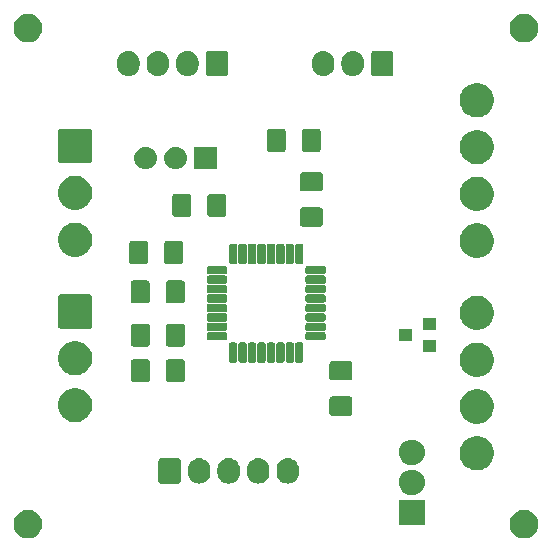
<source format=gbr>
G04 #@! TF.GenerationSoftware,KiCad,Pcbnew,(5.1.4)-1*
G04 #@! TF.CreationDate,2020-03-16T01:27:38+09:00*
G04 #@! TF.ProjectId,QX20CTRLV3,51583230-4354-4524-9c56-332e6b696361,rev?*
G04 #@! TF.SameCoordinates,Original*
G04 #@! TF.FileFunction,Soldermask,Top*
G04 #@! TF.FilePolarity,Negative*
%FSLAX46Y46*%
G04 Gerber Fmt 4.6, Leading zero omitted, Abs format (unit mm)*
G04 Created by KiCad (PCBNEW (5.1.4)-1) date 2020-03-16 01:27:38*
%MOMM*%
%LPD*%
G04 APERTURE LIST*
%ADD10C,0.100000*%
G04 APERTURE END LIST*
D10*
G36*
X146350025Y-94846115D02*
G01*
X146350028Y-94846116D01*
X146350027Y-94846116D01*
X146568413Y-94936574D01*
X146764955Y-95067899D01*
X146932101Y-95235045D01*
X147063426Y-95431587D01*
X147063427Y-95431589D01*
X147153885Y-95649975D01*
X147200000Y-95881809D01*
X147200000Y-96118191D01*
X147153885Y-96350025D01*
X147153884Y-96350027D01*
X147063426Y-96568413D01*
X146932101Y-96764955D01*
X146764955Y-96932101D01*
X146568413Y-97063426D01*
X146568412Y-97063427D01*
X146568411Y-97063427D01*
X146350025Y-97153885D01*
X146118191Y-97200000D01*
X145881809Y-97200000D01*
X145649975Y-97153885D01*
X145431589Y-97063427D01*
X145431588Y-97063427D01*
X145431587Y-97063426D01*
X145235045Y-96932101D01*
X145067899Y-96764955D01*
X144936574Y-96568413D01*
X144846116Y-96350027D01*
X144846115Y-96350025D01*
X144800000Y-96118191D01*
X144800000Y-95881809D01*
X144846115Y-95649975D01*
X144936573Y-95431589D01*
X144936574Y-95431587D01*
X145067899Y-95235045D01*
X145235045Y-95067899D01*
X145431587Y-94936574D01*
X145649973Y-94846116D01*
X145649972Y-94846116D01*
X145649975Y-94846115D01*
X145881809Y-94800000D01*
X146118191Y-94800000D01*
X146350025Y-94846115D01*
X146350025Y-94846115D01*
G37*
G36*
X104350025Y-94846115D02*
G01*
X104350028Y-94846116D01*
X104350027Y-94846116D01*
X104568413Y-94936574D01*
X104764955Y-95067899D01*
X104932101Y-95235045D01*
X105063426Y-95431587D01*
X105063427Y-95431589D01*
X105153885Y-95649975D01*
X105200000Y-95881809D01*
X105200000Y-96118191D01*
X105153885Y-96350025D01*
X105153884Y-96350027D01*
X105063426Y-96568413D01*
X104932101Y-96764955D01*
X104764955Y-96932101D01*
X104568413Y-97063426D01*
X104568412Y-97063427D01*
X104568411Y-97063427D01*
X104350025Y-97153885D01*
X104118191Y-97200000D01*
X103881809Y-97200000D01*
X103649975Y-97153885D01*
X103431589Y-97063427D01*
X103431588Y-97063427D01*
X103431587Y-97063426D01*
X103235045Y-96932101D01*
X103067899Y-96764955D01*
X102936574Y-96568413D01*
X102846116Y-96350027D01*
X102846115Y-96350025D01*
X102800000Y-96118191D01*
X102800000Y-95881809D01*
X102846115Y-95649975D01*
X102936573Y-95431589D01*
X102936574Y-95431587D01*
X103067899Y-95235045D01*
X103235045Y-95067899D01*
X103431587Y-94936574D01*
X103649973Y-94846116D01*
X103649972Y-94846116D01*
X103649975Y-94846115D01*
X103881809Y-94800000D01*
X104118191Y-94800000D01*
X104350025Y-94846115D01*
X104350025Y-94846115D01*
G37*
G36*
X137600000Y-96052500D02*
G01*
X135400000Y-96052500D01*
X135400000Y-93947500D01*
X137600000Y-93947500D01*
X137600000Y-96052500D01*
X137600000Y-96052500D01*
G37*
G36*
X136676514Y-91415115D02*
G01*
X136753826Y-91422729D01*
X136952223Y-91482912D01*
X137135067Y-91580644D01*
X137295330Y-91712170D01*
X137426856Y-91872433D01*
X137524588Y-92055277D01*
X137584771Y-92253674D01*
X137605092Y-92460000D01*
X137584771Y-92666326D01*
X137524588Y-92864723D01*
X137426856Y-93047567D01*
X137295330Y-93207830D01*
X137135067Y-93339356D01*
X136952223Y-93437088D01*
X136753826Y-93497271D01*
X136676513Y-93504886D01*
X136599202Y-93512500D01*
X136400798Y-93512500D01*
X136323487Y-93504886D01*
X136246174Y-93497271D01*
X136047777Y-93437088D01*
X135864933Y-93339356D01*
X135704670Y-93207830D01*
X135573144Y-93047567D01*
X135475412Y-92864723D01*
X135415229Y-92666326D01*
X135394908Y-92460000D01*
X135415229Y-92253674D01*
X135475412Y-92055277D01*
X135573144Y-91872433D01*
X135704670Y-91712170D01*
X135864933Y-91580644D01*
X136047777Y-91482912D01*
X136246174Y-91422729D01*
X136323486Y-91415115D01*
X136400798Y-91407500D01*
X136599202Y-91407500D01*
X136676514Y-91415115D01*
X136676514Y-91415115D01*
G37*
G36*
X123686231Y-90438746D02*
G01*
X123865307Y-90493068D01*
X123941190Y-90533628D01*
X124030344Y-90581281D01*
X124175001Y-90699999D01*
X124293719Y-90844656D01*
X124321744Y-90897088D01*
X124381932Y-91009692D01*
X124436254Y-91188768D01*
X124450000Y-91328335D01*
X124450000Y-91671664D01*
X124436254Y-91811231D01*
X124381932Y-91990308D01*
X124381931Y-91990309D01*
X124293719Y-92155344D01*
X124175001Y-92300001D01*
X124030344Y-92418719D01*
X123953112Y-92460000D01*
X123865308Y-92506932D01*
X123686232Y-92561254D01*
X123500000Y-92579596D01*
X123313769Y-92561254D01*
X123288969Y-92553731D01*
X123134693Y-92506932D01*
X123046889Y-92460000D01*
X122969657Y-92418719D01*
X122859639Y-92328429D01*
X122824999Y-92300001D01*
X122706282Y-92155345D01*
X122618068Y-91990308D01*
X122563746Y-91811232D01*
X122550000Y-91671665D01*
X122550000Y-91328336D01*
X122563746Y-91188769D01*
X122618068Y-91009693D01*
X122706282Y-90844655D01*
X122824999Y-90699999D01*
X122920598Y-90621542D01*
X122969656Y-90581281D01*
X123052173Y-90537175D01*
X123134692Y-90493068D01*
X123313768Y-90438746D01*
X123500000Y-90420404D01*
X123686231Y-90438746D01*
X123686231Y-90438746D01*
G37*
G36*
X126186231Y-90438746D02*
G01*
X126365307Y-90493068D01*
X126441190Y-90533628D01*
X126530344Y-90581281D01*
X126675001Y-90699999D01*
X126793719Y-90844656D01*
X126821744Y-90897088D01*
X126881932Y-91009692D01*
X126936254Y-91188768D01*
X126950000Y-91328335D01*
X126950000Y-91671664D01*
X126936254Y-91811231D01*
X126881932Y-91990308D01*
X126881931Y-91990309D01*
X126793719Y-92155344D01*
X126675001Y-92300001D01*
X126530344Y-92418719D01*
X126453112Y-92460000D01*
X126365308Y-92506932D01*
X126186232Y-92561254D01*
X126000000Y-92579596D01*
X125813769Y-92561254D01*
X125788969Y-92553731D01*
X125634693Y-92506932D01*
X125546889Y-92460000D01*
X125469657Y-92418719D01*
X125359639Y-92328429D01*
X125324999Y-92300001D01*
X125206282Y-92155345D01*
X125118068Y-91990308D01*
X125063746Y-91811232D01*
X125050000Y-91671665D01*
X125050000Y-91328336D01*
X125063746Y-91188769D01*
X125118068Y-91009693D01*
X125206282Y-90844655D01*
X125324999Y-90699999D01*
X125420598Y-90621542D01*
X125469656Y-90581281D01*
X125552173Y-90537175D01*
X125634692Y-90493068D01*
X125813768Y-90438746D01*
X126000000Y-90420404D01*
X126186231Y-90438746D01*
X126186231Y-90438746D01*
G37*
G36*
X118686231Y-90438746D02*
G01*
X118865307Y-90493068D01*
X118941190Y-90533628D01*
X119030344Y-90581281D01*
X119175001Y-90699999D01*
X119293719Y-90844656D01*
X119321744Y-90897088D01*
X119381932Y-91009692D01*
X119436254Y-91188768D01*
X119450000Y-91328335D01*
X119450000Y-91671664D01*
X119436254Y-91811231D01*
X119381932Y-91990308D01*
X119381931Y-91990309D01*
X119293719Y-92155344D01*
X119175001Y-92300001D01*
X119030344Y-92418719D01*
X118953112Y-92460000D01*
X118865308Y-92506932D01*
X118711032Y-92553731D01*
X118686232Y-92561254D01*
X118500000Y-92579596D01*
X118313769Y-92561254D01*
X118134693Y-92506932D01*
X118046889Y-92460000D01*
X117969657Y-92418719D01*
X117859639Y-92328429D01*
X117824999Y-92300001D01*
X117706282Y-92155345D01*
X117618068Y-91990308D01*
X117563746Y-91811232D01*
X117550000Y-91671665D01*
X117550000Y-91328336D01*
X117563746Y-91188769D01*
X117618068Y-91009693D01*
X117706282Y-90844655D01*
X117824999Y-90699999D01*
X117920598Y-90621542D01*
X117969656Y-90581281D01*
X118052173Y-90537175D01*
X118134692Y-90493068D01*
X118313768Y-90438746D01*
X118500000Y-90420404D01*
X118686231Y-90438746D01*
X118686231Y-90438746D01*
G37*
G36*
X121186231Y-90438746D02*
G01*
X121365307Y-90493068D01*
X121441190Y-90533628D01*
X121530344Y-90581281D01*
X121675001Y-90699999D01*
X121793719Y-90844656D01*
X121821744Y-90897088D01*
X121881932Y-91009692D01*
X121936254Y-91188768D01*
X121950000Y-91328335D01*
X121950000Y-91671664D01*
X121936254Y-91811231D01*
X121881932Y-91990308D01*
X121881931Y-91990309D01*
X121793719Y-92155344D01*
X121675001Y-92300001D01*
X121530344Y-92418719D01*
X121453112Y-92460000D01*
X121365308Y-92506932D01*
X121186232Y-92561254D01*
X121000000Y-92579596D01*
X120813769Y-92561254D01*
X120788969Y-92553731D01*
X120634693Y-92506932D01*
X120546889Y-92460000D01*
X120469657Y-92418719D01*
X120359639Y-92328429D01*
X120324999Y-92300001D01*
X120206282Y-92155345D01*
X120118068Y-91990308D01*
X120063746Y-91811232D01*
X120050000Y-91671665D01*
X120050000Y-91328336D01*
X120063746Y-91188769D01*
X120118068Y-91009693D01*
X120206282Y-90844655D01*
X120324999Y-90699999D01*
X120420598Y-90621542D01*
X120469656Y-90581281D01*
X120552173Y-90537175D01*
X120634692Y-90493068D01*
X120813768Y-90438746D01*
X121000000Y-90420404D01*
X121186231Y-90438746D01*
X121186231Y-90438746D01*
G37*
G36*
X116753458Y-90429927D02*
G01*
X116799209Y-90443805D01*
X116841372Y-90466343D01*
X116878328Y-90496672D01*
X116908657Y-90533628D01*
X116931195Y-90575791D01*
X116945073Y-90621542D01*
X116950000Y-90671571D01*
X116950000Y-92328429D01*
X116945073Y-92378458D01*
X116931195Y-92424209D01*
X116908657Y-92466372D01*
X116878328Y-92503328D01*
X116841372Y-92533657D01*
X116799209Y-92556195D01*
X116753458Y-92570073D01*
X116703429Y-92575000D01*
X115296571Y-92575000D01*
X115246542Y-92570073D01*
X115200791Y-92556195D01*
X115158628Y-92533657D01*
X115121672Y-92503328D01*
X115091343Y-92466372D01*
X115068805Y-92424209D01*
X115054927Y-92378458D01*
X115050000Y-92328429D01*
X115050000Y-90671571D01*
X115054927Y-90621542D01*
X115068805Y-90575791D01*
X115091343Y-90533628D01*
X115121672Y-90496672D01*
X115158628Y-90466343D01*
X115200791Y-90443805D01*
X115246542Y-90429927D01*
X115296571Y-90425000D01*
X116703429Y-90425000D01*
X116753458Y-90429927D01*
X116753458Y-90429927D01*
G37*
G36*
X142422948Y-88605722D02*
G01*
X142686831Y-88715026D01*
X142686833Y-88715027D01*
X142924321Y-88873711D01*
X143126289Y-89075679D01*
X143190762Y-89172170D01*
X143284974Y-89313169D01*
X143394278Y-89577052D01*
X143450000Y-89857186D01*
X143450000Y-90142814D01*
X143394278Y-90422948D01*
X143300271Y-90649901D01*
X143284973Y-90686833D01*
X143126289Y-90924321D01*
X142924321Y-91126289D01*
X142686833Y-91284973D01*
X142686832Y-91284974D01*
X142686831Y-91284974D01*
X142422948Y-91394278D01*
X142142814Y-91450000D01*
X141857186Y-91450000D01*
X141577052Y-91394278D01*
X141313169Y-91284974D01*
X141313168Y-91284974D01*
X141313167Y-91284973D01*
X141075679Y-91126289D01*
X140873711Y-90924321D01*
X140715027Y-90686833D01*
X140699729Y-90649901D01*
X140605722Y-90422948D01*
X140550000Y-90142814D01*
X140550000Y-89857186D01*
X140605722Y-89577052D01*
X140715026Y-89313169D01*
X140809238Y-89172170D01*
X140873711Y-89075679D01*
X141075679Y-88873711D01*
X141313167Y-88715027D01*
X141313169Y-88715026D01*
X141577052Y-88605722D01*
X141857186Y-88550000D01*
X142142814Y-88550000D01*
X142422948Y-88605722D01*
X142422948Y-88605722D01*
G37*
G36*
X136662263Y-88873711D02*
G01*
X136753826Y-88882729D01*
X136952223Y-88942912D01*
X137135067Y-89040644D01*
X137295330Y-89172170D01*
X137426856Y-89332433D01*
X137524588Y-89515277D01*
X137584771Y-89713674D01*
X137605092Y-89920000D01*
X137584771Y-90126326D01*
X137524588Y-90324723D01*
X137426856Y-90507567D01*
X137295330Y-90667830D01*
X137135067Y-90799356D01*
X136952223Y-90897088D01*
X136753826Y-90957271D01*
X136676514Y-90964885D01*
X136599202Y-90972500D01*
X136400798Y-90972500D01*
X136323486Y-90964885D01*
X136246174Y-90957271D01*
X136047777Y-90897088D01*
X135864933Y-90799356D01*
X135704670Y-90667830D01*
X135573144Y-90507567D01*
X135475412Y-90324723D01*
X135415229Y-90126326D01*
X135394908Y-89920000D01*
X135415229Y-89713674D01*
X135475412Y-89515277D01*
X135573144Y-89332433D01*
X135704670Y-89172170D01*
X135864933Y-89040644D01*
X136047777Y-88942912D01*
X136246174Y-88882729D01*
X136337737Y-88873711D01*
X136400798Y-88867500D01*
X136599202Y-88867500D01*
X136662263Y-88873711D01*
X136662263Y-88873711D01*
G37*
G36*
X142422948Y-84645722D02*
G01*
X142686831Y-84755026D01*
X142686833Y-84755027D01*
X142924321Y-84913711D01*
X143126289Y-85115679D01*
X143249389Y-85299912D01*
X143284974Y-85353169D01*
X143394278Y-85617052D01*
X143450000Y-85897186D01*
X143450000Y-86182814D01*
X143394278Y-86462948D01*
X143333737Y-86609107D01*
X143284973Y-86726833D01*
X143126289Y-86964321D01*
X142924321Y-87166289D01*
X142686833Y-87324973D01*
X142686832Y-87324974D01*
X142686831Y-87324974D01*
X142422948Y-87434278D01*
X142142814Y-87490000D01*
X141857186Y-87490000D01*
X141577052Y-87434278D01*
X141313169Y-87324974D01*
X141313168Y-87324974D01*
X141313167Y-87324973D01*
X141075679Y-87166289D01*
X140873711Y-86964321D01*
X140715027Y-86726833D01*
X140666263Y-86609107D01*
X140605722Y-86462948D01*
X140550000Y-86182814D01*
X140550000Y-85897186D01*
X140605722Y-85617052D01*
X140715026Y-85353169D01*
X140750611Y-85299912D01*
X140873711Y-85115679D01*
X141075679Y-84913711D01*
X141313167Y-84755027D01*
X141313169Y-84755026D01*
X141577052Y-84645722D01*
X141857186Y-84590000D01*
X142142814Y-84590000D01*
X142422948Y-84645722D01*
X142422948Y-84645722D01*
G37*
G36*
X108422948Y-84525722D02*
G01*
X108686831Y-84635026D01*
X108686833Y-84635027D01*
X108924321Y-84793711D01*
X109126289Y-84995679D01*
X109284973Y-85233167D01*
X109284974Y-85233169D01*
X109394278Y-85497052D01*
X109450000Y-85777186D01*
X109450000Y-86062814D01*
X109394278Y-86342948D01*
X109284974Y-86606831D01*
X109284973Y-86606833D01*
X109126289Y-86844321D01*
X108924321Y-87046289D01*
X108686833Y-87204973D01*
X108686832Y-87204974D01*
X108686831Y-87204974D01*
X108422948Y-87314278D01*
X108142814Y-87370000D01*
X107857186Y-87370000D01*
X107577052Y-87314278D01*
X107313169Y-87204974D01*
X107313168Y-87204974D01*
X107313167Y-87204973D01*
X107075679Y-87046289D01*
X106873711Y-86844321D01*
X106715027Y-86606833D01*
X106715026Y-86606831D01*
X106605722Y-86342948D01*
X106550000Y-86062814D01*
X106550000Y-85777186D01*
X106605722Y-85497052D01*
X106715026Y-85233169D01*
X106715027Y-85233167D01*
X106873711Y-84995679D01*
X107075679Y-84793711D01*
X107313167Y-84635027D01*
X107313169Y-84635026D01*
X107577052Y-84525722D01*
X107857186Y-84470000D01*
X108142814Y-84470000D01*
X108422948Y-84525722D01*
X108422948Y-84525722D01*
G37*
G36*
X131271607Y-85192591D02*
G01*
X131318951Y-85206953D01*
X131362588Y-85230278D01*
X131400834Y-85261666D01*
X131432222Y-85299912D01*
X131455547Y-85343549D01*
X131469909Y-85390893D01*
X131475000Y-85442586D01*
X131475000Y-86557414D01*
X131469909Y-86609107D01*
X131455547Y-86656451D01*
X131432222Y-86700088D01*
X131400834Y-86738334D01*
X131362588Y-86769722D01*
X131318951Y-86793047D01*
X131271607Y-86807409D01*
X131219914Y-86812500D01*
X129780086Y-86812500D01*
X129728393Y-86807409D01*
X129681049Y-86793047D01*
X129637412Y-86769722D01*
X129599166Y-86738334D01*
X129567778Y-86700088D01*
X129544453Y-86656451D01*
X129530091Y-86609107D01*
X129525000Y-86557414D01*
X129525000Y-85442586D01*
X129530091Y-85390893D01*
X129544453Y-85343549D01*
X129567778Y-85299912D01*
X129599166Y-85261666D01*
X129637412Y-85230278D01*
X129681049Y-85206953D01*
X129728393Y-85192591D01*
X129780086Y-85187500D01*
X131219914Y-85187500D01*
X131271607Y-85192591D01*
X131271607Y-85192591D01*
G37*
G36*
X114121607Y-82030091D02*
G01*
X114168951Y-82044453D01*
X114212588Y-82067778D01*
X114250834Y-82099166D01*
X114282222Y-82137412D01*
X114305547Y-82181049D01*
X114319909Y-82228393D01*
X114325000Y-82280086D01*
X114325000Y-83719914D01*
X114319909Y-83771607D01*
X114305547Y-83818951D01*
X114282222Y-83862588D01*
X114250834Y-83900834D01*
X114212588Y-83932222D01*
X114168951Y-83955547D01*
X114121607Y-83969909D01*
X114069914Y-83975000D01*
X112955086Y-83975000D01*
X112903393Y-83969909D01*
X112856049Y-83955547D01*
X112812412Y-83932222D01*
X112774166Y-83900834D01*
X112742778Y-83862588D01*
X112719453Y-83818951D01*
X112705091Y-83771607D01*
X112700000Y-83719914D01*
X112700000Y-82280086D01*
X112705091Y-82228393D01*
X112719453Y-82181049D01*
X112742778Y-82137412D01*
X112774166Y-82099166D01*
X112812412Y-82067778D01*
X112856049Y-82044453D01*
X112903393Y-82030091D01*
X112955086Y-82025000D01*
X114069914Y-82025000D01*
X114121607Y-82030091D01*
X114121607Y-82030091D01*
G37*
G36*
X117096607Y-82030091D02*
G01*
X117143951Y-82044453D01*
X117187588Y-82067778D01*
X117225834Y-82099166D01*
X117257222Y-82137412D01*
X117280547Y-82181049D01*
X117294909Y-82228393D01*
X117300000Y-82280086D01*
X117300000Y-83719914D01*
X117294909Y-83771607D01*
X117280547Y-83818951D01*
X117257222Y-83862588D01*
X117225834Y-83900834D01*
X117187588Y-83932222D01*
X117143951Y-83955547D01*
X117096607Y-83969909D01*
X117044914Y-83975000D01*
X115930086Y-83975000D01*
X115878393Y-83969909D01*
X115831049Y-83955547D01*
X115787412Y-83932222D01*
X115749166Y-83900834D01*
X115717778Y-83862588D01*
X115694453Y-83818951D01*
X115680091Y-83771607D01*
X115675000Y-83719914D01*
X115675000Y-82280086D01*
X115680091Y-82228393D01*
X115694453Y-82181049D01*
X115717778Y-82137412D01*
X115749166Y-82099166D01*
X115787412Y-82067778D01*
X115831049Y-82044453D01*
X115878393Y-82030091D01*
X115930086Y-82025000D01*
X117044914Y-82025000D01*
X117096607Y-82030091D01*
X117096607Y-82030091D01*
G37*
G36*
X131271607Y-82217591D02*
G01*
X131318951Y-82231953D01*
X131362588Y-82255278D01*
X131400834Y-82286666D01*
X131432222Y-82324912D01*
X131455547Y-82368549D01*
X131469909Y-82415893D01*
X131475000Y-82467586D01*
X131475000Y-83582414D01*
X131469909Y-83634107D01*
X131455547Y-83681451D01*
X131432222Y-83725088D01*
X131400834Y-83763334D01*
X131362588Y-83794722D01*
X131318951Y-83818047D01*
X131271607Y-83832409D01*
X131219914Y-83837500D01*
X129780086Y-83837500D01*
X129728393Y-83832409D01*
X129681049Y-83818047D01*
X129637412Y-83794722D01*
X129599166Y-83763334D01*
X129567778Y-83725088D01*
X129544453Y-83681451D01*
X129530091Y-83634107D01*
X129525000Y-83582414D01*
X129525000Y-82467586D01*
X129530091Y-82415893D01*
X129544453Y-82368549D01*
X129567778Y-82324912D01*
X129599166Y-82286666D01*
X129637412Y-82255278D01*
X129681049Y-82231953D01*
X129728393Y-82217591D01*
X129780086Y-82212500D01*
X131219914Y-82212500D01*
X131271607Y-82217591D01*
X131271607Y-82217591D01*
G37*
G36*
X142422948Y-80685722D02*
G01*
X142644408Y-80777454D01*
X142686833Y-80795027D01*
X142924321Y-80953711D01*
X143126289Y-81155679D01*
X143204793Y-81273169D01*
X143284974Y-81393169D01*
X143394278Y-81657052D01*
X143450000Y-81937186D01*
X143450000Y-82222814D01*
X143394278Y-82502948D01*
X143284974Y-82766831D01*
X143284973Y-82766833D01*
X143126289Y-83004321D01*
X142924321Y-83206289D01*
X142686833Y-83364973D01*
X142686832Y-83364974D01*
X142686831Y-83364974D01*
X142422948Y-83474278D01*
X142142814Y-83530000D01*
X141857186Y-83530000D01*
X141577052Y-83474278D01*
X141313169Y-83364974D01*
X141313168Y-83364974D01*
X141313167Y-83364973D01*
X141075679Y-83206289D01*
X140873711Y-83004321D01*
X140715027Y-82766833D01*
X140715026Y-82766831D01*
X140605722Y-82502948D01*
X140550000Y-82222814D01*
X140550000Y-81937186D01*
X140605722Y-81657052D01*
X140715026Y-81393169D01*
X140795207Y-81273169D01*
X140873711Y-81155679D01*
X141075679Y-80953711D01*
X141313167Y-80795027D01*
X141355592Y-80777454D01*
X141577052Y-80685722D01*
X141857186Y-80630000D01*
X142142814Y-80630000D01*
X142422948Y-80685722D01*
X142422948Y-80685722D01*
G37*
G36*
X108422948Y-80565722D02*
G01*
X108672534Y-80669104D01*
X108686833Y-80675027D01*
X108924321Y-80833711D01*
X109126289Y-81035679D01*
X109284973Y-81273167D01*
X109284974Y-81273169D01*
X109394278Y-81537052D01*
X109450000Y-81817186D01*
X109450000Y-82102814D01*
X109394278Y-82382948D01*
X109344572Y-82502948D01*
X109284973Y-82646833D01*
X109126289Y-82884321D01*
X108924321Y-83086289D01*
X108686833Y-83244973D01*
X108686832Y-83244974D01*
X108686831Y-83244974D01*
X108422948Y-83354278D01*
X108142814Y-83410000D01*
X107857186Y-83410000D01*
X107577052Y-83354278D01*
X107313169Y-83244974D01*
X107313168Y-83244974D01*
X107313167Y-83244973D01*
X107075679Y-83086289D01*
X106873711Y-82884321D01*
X106715027Y-82646833D01*
X106655428Y-82502948D01*
X106605722Y-82382948D01*
X106550000Y-82102814D01*
X106550000Y-81817186D01*
X106605722Y-81537052D01*
X106715026Y-81273169D01*
X106715027Y-81273167D01*
X106873711Y-81035679D01*
X107075679Y-80833711D01*
X107313167Y-80675027D01*
X107327466Y-80669104D01*
X107577052Y-80565722D01*
X107857186Y-80510000D01*
X108142814Y-80510000D01*
X108422948Y-80565722D01*
X108422948Y-80565722D01*
G37*
G36*
X126404216Y-80628119D02*
G01*
X126432309Y-80636641D01*
X126458204Y-80650483D01*
X126480896Y-80669104D01*
X126499517Y-80691796D01*
X126513359Y-80717691D01*
X126521881Y-80745784D01*
X126525000Y-80777454D01*
X126525000Y-82172546D01*
X126521881Y-82204216D01*
X126513359Y-82232309D01*
X126499517Y-82258204D01*
X126480896Y-82280896D01*
X126458204Y-82299517D01*
X126432309Y-82313359D01*
X126404216Y-82321881D01*
X126372546Y-82325000D01*
X125977454Y-82325000D01*
X125945784Y-82321881D01*
X125917691Y-82313359D01*
X125891796Y-82299517D01*
X125869104Y-82280896D01*
X125850483Y-82258204D01*
X125836641Y-82232309D01*
X125828119Y-82204216D01*
X125825000Y-82172546D01*
X125825000Y-80777454D01*
X125828119Y-80745784D01*
X125836641Y-80717691D01*
X125850483Y-80691796D01*
X125869104Y-80669104D01*
X125891796Y-80650483D01*
X125917691Y-80636641D01*
X125945784Y-80628119D01*
X125977454Y-80625000D01*
X126372546Y-80625000D01*
X126404216Y-80628119D01*
X126404216Y-80628119D01*
G37*
G36*
X125604216Y-80628119D02*
G01*
X125632309Y-80636641D01*
X125658204Y-80650483D01*
X125680896Y-80669104D01*
X125699517Y-80691796D01*
X125713359Y-80717691D01*
X125721881Y-80745784D01*
X125725000Y-80777454D01*
X125725000Y-82172546D01*
X125721881Y-82204216D01*
X125713359Y-82232309D01*
X125699517Y-82258204D01*
X125680896Y-82280896D01*
X125658204Y-82299517D01*
X125632309Y-82313359D01*
X125604216Y-82321881D01*
X125572546Y-82325000D01*
X125177454Y-82325000D01*
X125145784Y-82321881D01*
X125117691Y-82313359D01*
X125091796Y-82299517D01*
X125069104Y-82280896D01*
X125050483Y-82258204D01*
X125036641Y-82232309D01*
X125028119Y-82204216D01*
X125025000Y-82172546D01*
X125025000Y-80777454D01*
X125028119Y-80745784D01*
X125036641Y-80717691D01*
X125050483Y-80691796D01*
X125069104Y-80669104D01*
X125091796Y-80650483D01*
X125117691Y-80636641D01*
X125145784Y-80628119D01*
X125177454Y-80625000D01*
X125572546Y-80625000D01*
X125604216Y-80628119D01*
X125604216Y-80628119D01*
G37*
G36*
X124804216Y-80628119D02*
G01*
X124832309Y-80636641D01*
X124858204Y-80650483D01*
X124880896Y-80669104D01*
X124899517Y-80691796D01*
X124913359Y-80717691D01*
X124921881Y-80745784D01*
X124925000Y-80777454D01*
X124925000Y-82172546D01*
X124921881Y-82204216D01*
X124913359Y-82232309D01*
X124899517Y-82258204D01*
X124880896Y-82280896D01*
X124858204Y-82299517D01*
X124832309Y-82313359D01*
X124804216Y-82321881D01*
X124772546Y-82325000D01*
X124377454Y-82325000D01*
X124345784Y-82321881D01*
X124317691Y-82313359D01*
X124291796Y-82299517D01*
X124269104Y-82280896D01*
X124250483Y-82258204D01*
X124236641Y-82232309D01*
X124228119Y-82204216D01*
X124225000Y-82172546D01*
X124225000Y-80777454D01*
X124228119Y-80745784D01*
X124236641Y-80717691D01*
X124250483Y-80691796D01*
X124269104Y-80669104D01*
X124291796Y-80650483D01*
X124317691Y-80636641D01*
X124345784Y-80628119D01*
X124377454Y-80625000D01*
X124772546Y-80625000D01*
X124804216Y-80628119D01*
X124804216Y-80628119D01*
G37*
G36*
X123204216Y-80628119D02*
G01*
X123232309Y-80636641D01*
X123258204Y-80650483D01*
X123280896Y-80669104D01*
X123299517Y-80691796D01*
X123313359Y-80717691D01*
X123321881Y-80745784D01*
X123325000Y-80777454D01*
X123325000Y-82172546D01*
X123321881Y-82204216D01*
X123313359Y-82232309D01*
X123299517Y-82258204D01*
X123280896Y-82280896D01*
X123258204Y-82299517D01*
X123232309Y-82313359D01*
X123204216Y-82321881D01*
X123172546Y-82325000D01*
X122777454Y-82325000D01*
X122745784Y-82321881D01*
X122717691Y-82313359D01*
X122691796Y-82299517D01*
X122669104Y-82280896D01*
X122650483Y-82258204D01*
X122636641Y-82232309D01*
X122628119Y-82204216D01*
X122625000Y-82172546D01*
X122625000Y-80777454D01*
X122628119Y-80745784D01*
X122636641Y-80717691D01*
X122650483Y-80691796D01*
X122669104Y-80669104D01*
X122691796Y-80650483D01*
X122717691Y-80636641D01*
X122745784Y-80628119D01*
X122777454Y-80625000D01*
X123172546Y-80625000D01*
X123204216Y-80628119D01*
X123204216Y-80628119D01*
G37*
G36*
X122404216Y-80628119D02*
G01*
X122432309Y-80636641D01*
X122458204Y-80650483D01*
X122480896Y-80669104D01*
X122499517Y-80691796D01*
X122513359Y-80717691D01*
X122521881Y-80745784D01*
X122525000Y-80777454D01*
X122525000Y-82172546D01*
X122521881Y-82204216D01*
X122513359Y-82232309D01*
X122499517Y-82258204D01*
X122480896Y-82280896D01*
X122458204Y-82299517D01*
X122432309Y-82313359D01*
X122404216Y-82321881D01*
X122372546Y-82325000D01*
X121977454Y-82325000D01*
X121945784Y-82321881D01*
X121917691Y-82313359D01*
X121891796Y-82299517D01*
X121869104Y-82280896D01*
X121850483Y-82258204D01*
X121836641Y-82232309D01*
X121828119Y-82204216D01*
X121825000Y-82172546D01*
X121825000Y-80777454D01*
X121828119Y-80745784D01*
X121836641Y-80717691D01*
X121850483Y-80691796D01*
X121869104Y-80669104D01*
X121891796Y-80650483D01*
X121917691Y-80636641D01*
X121945784Y-80628119D01*
X121977454Y-80625000D01*
X122372546Y-80625000D01*
X122404216Y-80628119D01*
X122404216Y-80628119D01*
G37*
G36*
X121604216Y-80628119D02*
G01*
X121632309Y-80636641D01*
X121658204Y-80650483D01*
X121680896Y-80669104D01*
X121699517Y-80691796D01*
X121713359Y-80717691D01*
X121721881Y-80745784D01*
X121725000Y-80777454D01*
X121725000Y-82172546D01*
X121721881Y-82204216D01*
X121713359Y-82232309D01*
X121699517Y-82258204D01*
X121680896Y-82280896D01*
X121658204Y-82299517D01*
X121632309Y-82313359D01*
X121604216Y-82321881D01*
X121572546Y-82325000D01*
X121177454Y-82325000D01*
X121145784Y-82321881D01*
X121117691Y-82313359D01*
X121091796Y-82299517D01*
X121069104Y-82280896D01*
X121050483Y-82258204D01*
X121036641Y-82232309D01*
X121028119Y-82204216D01*
X121025000Y-82172546D01*
X121025000Y-80777454D01*
X121028119Y-80745784D01*
X121036641Y-80717691D01*
X121050483Y-80691796D01*
X121069104Y-80669104D01*
X121091796Y-80650483D01*
X121117691Y-80636641D01*
X121145784Y-80628119D01*
X121177454Y-80625000D01*
X121572546Y-80625000D01*
X121604216Y-80628119D01*
X121604216Y-80628119D01*
G37*
G36*
X127204216Y-80628119D02*
G01*
X127232309Y-80636641D01*
X127258204Y-80650483D01*
X127280896Y-80669104D01*
X127299517Y-80691796D01*
X127313359Y-80717691D01*
X127321881Y-80745784D01*
X127325000Y-80777454D01*
X127325000Y-82172546D01*
X127321881Y-82204216D01*
X127313359Y-82232309D01*
X127299517Y-82258204D01*
X127280896Y-82280896D01*
X127258204Y-82299517D01*
X127232309Y-82313359D01*
X127204216Y-82321881D01*
X127172546Y-82325000D01*
X126777454Y-82325000D01*
X126745784Y-82321881D01*
X126717691Y-82313359D01*
X126691796Y-82299517D01*
X126669104Y-82280896D01*
X126650483Y-82258204D01*
X126636641Y-82232309D01*
X126628119Y-82204216D01*
X126625000Y-82172546D01*
X126625000Y-80777454D01*
X126628119Y-80745784D01*
X126636641Y-80717691D01*
X126650483Y-80691796D01*
X126669104Y-80669104D01*
X126691796Y-80650483D01*
X126717691Y-80636641D01*
X126745784Y-80628119D01*
X126777454Y-80625000D01*
X127172546Y-80625000D01*
X127204216Y-80628119D01*
X127204216Y-80628119D01*
G37*
G36*
X124004216Y-80628119D02*
G01*
X124032309Y-80636641D01*
X124058204Y-80650483D01*
X124080896Y-80669104D01*
X124099517Y-80691796D01*
X124113359Y-80717691D01*
X124121881Y-80745784D01*
X124125000Y-80777454D01*
X124125000Y-82172546D01*
X124121881Y-82204216D01*
X124113359Y-82232309D01*
X124099517Y-82258204D01*
X124080896Y-82280896D01*
X124058204Y-82299517D01*
X124032309Y-82313359D01*
X124004216Y-82321881D01*
X123972546Y-82325000D01*
X123577454Y-82325000D01*
X123545784Y-82321881D01*
X123517691Y-82313359D01*
X123491796Y-82299517D01*
X123469104Y-82280896D01*
X123450483Y-82258204D01*
X123436641Y-82232309D01*
X123428119Y-82204216D01*
X123425000Y-82172546D01*
X123425000Y-80777454D01*
X123428119Y-80745784D01*
X123436641Y-80717691D01*
X123450483Y-80691796D01*
X123469104Y-80669104D01*
X123491796Y-80650483D01*
X123517691Y-80636641D01*
X123545784Y-80628119D01*
X123577454Y-80625000D01*
X123972546Y-80625000D01*
X124004216Y-80628119D01*
X124004216Y-80628119D01*
G37*
G36*
X138550000Y-81450000D02*
G01*
X137450000Y-81450000D01*
X137450000Y-80450000D01*
X138550000Y-80450000D01*
X138550000Y-81450000D01*
X138550000Y-81450000D01*
G37*
G36*
X114121607Y-79030091D02*
G01*
X114168951Y-79044453D01*
X114212588Y-79067778D01*
X114250834Y-79099166D01*
X114282222Y-79137412D01*
X114305547Y-79181049D01*
X114319909Y-79228393D01*
X114325000Y-79280086D01*
X114325000Y-80719914D01*
X114319909Y-80771607D01*
X114305547Y-80818951D01*
X114282222Y-80862588D01*
X114250834Y-80900834D01*
X114212588Y-80932222D01*
X114168951Y-80955547D01*
X114121607Y-80969909D01*
X114069914Y-80975000D01*
X112955086Y-80975000D01*
X112903393Y-80969909D01*
X112856049Y-80955547D01*
X112812412Y-80932222D01*
X112774166Y-80900834D01*
X112742778Y-80862588D01*
X112719453Y-80818951D01*
X112705091Y-80771607D01*
X112700000Y-80719914D01*
X112700000Y-79280086D01*
X112705091Y-79228393D01*
X112719453Y-79181049D01*
X112742778Y-79137412D01*
X112774166Y-79099166D01*
X112812412Y-79067778D01*
X112856049Y-79044453D01*
X112903393Y-79030091D01*
X112955086Y-79025000D01*
X114069914Y-79025000D01*
X114121607Y-79030091D01*
X114121607Y-79030091D01*
G37*
G36*
X117096607Y-79030091D02*
G01*
X117143951Y-79044453D01*
X117187588Y-79067778D01*
X117225834Y-79099166D01*
X117257222Y-79137412D01*
X117280547Y-79181049D01*
X117294909Y-79228393D01*
X117300000Y-79280086D01*
X117300000Y-80719914D01*
X117294909Y-80771607D01*
X117280547Y-80818951D01*
X117257222Y-80862588D01*
X117225834Y-80900834D01*
X117187588Y-80932222D01*
X117143951Y-80955547D01*
X117096607Y-80969909D01*
X117044914Y-80975000D01*
X115930086Y-80975000D01*
X115878393Y-80969909D01*
X115831049Y-80955547D01*
X115787412Y-80932222D01*
X115749166Y-80900834D01*
X115717778Y-80862588D01*
X115694453Y-80818951D01*
X115680091Y-80771607D01*
X115675000Y-80719914D01*
X115675000Y-79280086D01*
X115680091Y-79228393D01*
X115694453Y-79181049D01*
X115717778Y-79137412D01*
X115749166Y-79099166D01*
X115787412Y-79067778D01*
X115831049Y-79044453D01*
X115878393Y-79030091D01*
X115930086Y-79025000D01*
X117044914Y-79025000D01*
X117096607Y-79030091D01*
X117096607Y-79030091D01*
G37*
G36*
X136550000Y-80500000D02*
G01*
X135450000Y-80500000D01*
X135450000Y-79500000D01*
X136550000Y-79500000D01*
X136550000Y-80500000D01*
X136550000Y-80500000D01*
G37*
G36*
X129079216Y-79753119D02*
G01*
X129107309Y-79761641D01*
X129133204Y-79775483D01*
X129155896Y-79794104D01*
X129174517Y-79816796D01*
X129188359Y-79842691D01*
X129196881Y-79870784D01*
X129200000Y-79902454D01*
X129200000Y-80297546D01*
X129196881Y-80329216D01*
X129188359Y-80357309D01*
X129174517Y-80383204D01*
X129155896Y-80405896D01*
X129133204Y-80424517D01*
X129107309Y-80438359D01*
X129079216Y-80446881D01*
X129047546Y-80450000D01*
X127652454Y-80450000D01*
X127620784Y-80446881D01*
X127592691Y-80438359D01*
X127566796Y-80424517D01*
X127544104Y-80405896D01*
X127525483Y-80383204D01*
X127511641Y-80357309D01*
X127503119Y-80329216D01*
X127500000Y-80297546D01*
X127500000Y-79902454D01*
X127503119Y-79870784D01*
X127511641Y-79842691D01*
X127525483Y-79816796D01*
X127544104Y-79794104D01*
X127566796Y-79775483D01*
X127592691Y-79761641D01*
X127620784Y-79753119D01*
X127652454Y-79750000D01*
X129047546Y-79750000D01*
X129079216Y-79753119D01*
X129079216Y-79753119D01*
G37*
G36*
X120729216Y-79753119D02*
G01*
X120757309Y-79761641D01*
X120783204Y-79775483D01*
X120805896Y-79794104D01*
X120824517Y-79816796D01*
X120838359Y-79842691D01*
X120846881Y-79870784D01*
X120850000Y-79902454D01*
X120850000Y-80297546D01*
X120846881Y-80329216D01*
X120838359Y-80357309D01*
X120824517Y-80383204D01*
X120805896Y-80405896D01*
X120783204Y-80424517D01*
X120757309Y-80438359D01*
X120729216Y-80446881D01*
X120697546Y-80450000D01*
X119302454Y-80450000D01*
X119270784Y-80446881D01*
X119242691Y-80438359D01*
X119216796Y-80424517D01*
X119194104Y-80405896D01*
X119175483Y-80383204D01*
X119161641Y-80357309D01*
X119153119Y-80329216D01*
X119150000Y-80297546D01*
X119150000Y-79902454D01*
X119153119Y-79870784D01*
X119161641Y-79842691D01*
X119175483Y-79816796D01*
X119194104Y-79794104D01*
X119216796Y-79775483D01*
X119242691Y-79761641D01*
X119270784Y-79753119D01*
X119302454Y-79750000D01*
X120697546Y-79750000D01*
X120729216Y-79753119D01*
X120729216Y-79753119D01*
G37*
G36*
X120729216Y-78953119D02*
G01*
X120757309Y-78961641D01*
X120783204Y-78975483D01*
X120805896Y-78994104D01*
X120824517Y-79016796D01*
X120838359Y-79042691D01*
X120846881Y-79070784D01*
X120850000Y-79102454D01*
X120850000Y-79497546D01*
X120846881Y-79529216D01*
X120838359Y-79557309D01*
X120824517Y-79583204D01*
X120805896Y-79605896D01*
X120783204Y-79624517D01*
X120757309Y-79638359D01*
X120729216Y-79646881D01*
X120697546Y-79650000D01*
X119302454Y-79650000D01*
X119270784Y-79646881D01*
X119242691Y-79638359D01*
X119216796Y-79624517D01*
X119194104Y-79605896D01*
X119175483Y-79583204D01*
X119161641Y-79557309D01*
X119153119Y-79529216D01*
X119150000Y-79497546D01*
X119150000Y-79102454D01*
X119153119Y-79070784D01*
X119161641Y-79042691D01*
X119175483Y-79016796D01*
X119194104Y-78994104D01*
X119216796Y-78975483D01*
X119242691Y-78961641D01*
X119270784Y-78953119D01*
X119302454Y-78950000D01*
X120697546Y-78950000D01*
X120729216Y-78953119D01*
X120729216Y-78953119D01*
G37*
G36*
X129079216Y-78953119D02*
G01*
X129107309Y-78961641D01*
X129133204Y-78975483D01*
X129155896Y-78994104D01*
X129174517Y-79016796D01*
X129188359Y-79042691D01*
X129196881Y-79070784D01*
X129200000Y-79102454D01*
X129200000Y-79497546D01*
X129196881Y-79529216D01*
X129188359Y-79557309D01*
X129174517Y-79583204D01*
X129155896Y-79605896D01*
X129133204Y-79624517D01*
X129107309Y-79638359D01*
X129079216Y-79646881D01*
X129047546Y-79650000D01*
X127652454Y-79650000D01*
X127620784Y-79646881D01*
X127592691Y-79638359D01*
X127566796Y-79624517D01*
X127544104Y-79605896D01*
X127525483Y-79583204D01*
X127511641Y-79557309D01*
X127503119Y-79529216D01*
X127500000Y-79497546D01*
X127500000Y-79102454D01*
X127503119Y-79070784D01*
X127511641Y-79042691D01*
X127525483Y-79016796D01*
X127544104Y-78994104D01*
X127566796Y-78975483D01*
X127592691Y-78961641D01*
X127620784Y-78953119D01*
X127652454Y-78950000D01*
X129047546Y-78950000D01*
X129079216Y-78953119D01*
X129079216Y-78953119D01*
G37*
G36*
X142422948Y-76725722D02*
G01*
X142686831Y-76835026D01*
X142686833Y-76835027D01*
X142924321Y-76993711D01*
X143126289Y-77195679D01*
X143274034Y-77416796D01*
X143284974Y-77433169D01*
X143394278Y-77697052D01*
X143450000Y-77977186D01*
X143450000Y-78262814D01*
X143394278Y-78542948D01*
X143288324Y-78798744D01*
X143284973Y-78806833D01*
X143126289Y-79044321D01*
X142924321Y-79246289D01*
X142686833Y-79404973D01*
X142686832Y-79404974D01*
X142686831Y-79404974D01*
X142422948Y-79514278D01*
X142142814Y-79570000D01*
X141857186Y-79570000D01*
X141577052Y-79514278D01*
X141313169Y-79404974D01*
X141313168Y-79404974D01*
X141313167Y-79404973D01*
X141075679Y-79246289D01*
X140873711Y-79044321D01*
X140715027Y-78806833D01*
X140711676Y-78798744D01*
X140605722Y-78542948D01*
X140550000Y-78262814D01*
X140550000Y-77977186D01*
X140605722Y-77697052D01*
X140715026Y-77433169D01*
X140725966Y-77416796D01*
X140873711Y-77195679D01*
X141075679Y-76993711D01*
X141313167Y-76835027D01*
X141313169Y-76835026D01*
X141577052Y-76725722D01*
X141857186Y-76670000D01*
X142142814Y-76670000D01*
X142422948Y-76725722D01*
X142422948Y-76725722D01*
G37*
G36*
X138550000Y-79550000D02*
G01*
X137450000Y-79550000D01*
X137450000Y-78550000D01*
X138550000Y-78550000D01*
X138550000Y-79550000D01*
X138550000Y-79550000D01*
G37*
G36*
X109266608Y-76554613D02*
G01*
X109309298Y-76567564D01*
X109348632Y-76588588D01*
X109383114Y-76616886D01*
X109411412Y-76651368D01*
X109432436Y-76690702D01*
X109445387Y-76733392D01*
X109450000Y-76780232D01*
X109450000Y-79219768D01*
X109445387Y-79266608D01*
X109432436Y-79309298D01*
X109411412Y-79348632D01*
X109383114Y-79383114D01*
X109348632Y-79411412D01*
X109309298Y-79432436D01*
X109266608Y-79445387D01*
X109219768Y-79450000D01*
X106780232Y-79450000D01*
X106733392Y-79445387D01*
X106690702Y-79432436D01*
X106651368Y-79411412D01*
X106616886Y-79383114D01*
X106588588Y-79348632D01*
X106567564Y-79309298D01*
X106554613Y-79266608D01*
X106550000Y-79219768D01*
X106550000Y-76780232D01*
X106554613Y-76733392D01*
X106567564Y-76690702D01*
X106588588Y-76651368D01*
X106616886Y-76616886D01*
X106651368Y-76588588D01*
X106690702Y-76567564D01*
X106733392Y-76554613D01*
X106780232Y-76550000D01*
X109219768Y-76550000D01*
X109266608Y-76554613D01*
X109266608Y-76554613D01*
G37*
G36*
X120729216Y-78153119D02*
G01*
X120757309Y-78161641D01*
X120783204Y-78175483D01*
X120805896Y-78194104D01*
X120824517Y-78216796D01*
X120838359Y-78242691D01*
X120846881Y-78270784D01*
X120850000Y-78302454D01*
X120850000Y-78697546D01*
X120846881Y-78729216D01*
X120838359Y-78757309D01*
X120824517Y-78783204D01*
X120805896Y-78805896D01*
X120783204Y-78824517D01*
X120757309Y-78838359D01*
X120729216Y-78846881D01*
X120697546Y-78850000D01*
X119302454Y-78850000D01*
X119270784Y-78846881D01*
X119242691Y-78838359D01*
X119216796Y-78824517D01*
X119194104Y-78805896D01*
X119175483Y-78783204D01*
X119161641Y-78757309D01*
X119153119Y-78729216D01*
X119150000Y-78697546D01*
X119150000Y-78302454D01*
X119153119Y-78270784D01*
X119161641Y-78242691D01*
X119175483Y-78216796D01*
X119194104Y-78194104D01*
X119216796Y-78175483D01*
X119242691Y-78161641D01*
X119270784Y-78153119D01*
X119302454Y-78150000D01*
X120697546Y-78150000D01*
X120729216Y-78153119D01*
X120729216Y-78153119D01*
G37*
G36*
X129079216Y-78153119D02*
G01*
X129107309Y-78161641D01*
X129133204Y-78175483D01*
X129155896Y-78194104D01*
X129174517Y-78216796D01*
X129188359Y-78242691D01*
X129196881Y-78270784D01*
X129200000Y-78302454D01*
X129200000Y-78697546D01*
X129196881Y-78729216D01*
X129188359Y-78757309D01*
X129174517Y-78783204D01*
X129155896Y-78805896D01*
X129133204Y-78824517D01*
X129107309Y-78838359D01*
X129079216Y-78846881D01*
X129047546Y-78850000D01*
X127652454Y-78850000D01*
X127620784Y-78846881D01*
X127592691Y-78838359D01*
X127566796Y-78824517D01*
X127544104Y-78805896D01*
X127525483Y-78783204D01*
X127511641Y-78757309D01*
X127503119Y-78729216D01*
X127500000Y-78697546D01*
X127500000Y-78302454D01*
X127503119Y-78270784D01*
X127511641Y-78242691D01*
X127525483Y-78216796D01*
X127544104Y-78194104D01*
X127566796Y-78175483D01*
X127592691Y-78161641D01*
X127620784Y-78153119D01*
X127652454Y-78150000D01*
X129047546Y-78150000D01*
X129079216Y-78153119D01*
X129079216Y-78153119D01*
G37*
G36*
X120729216Y-77353119D02*
G01*
X120757309Y-77361641D01*
X120783204Y-77375483D01*
X120805896Y-77394104D01*
X120824517Y-77416796D01*
X120838359Y-77442691D01*
X120846881Y-77470784D01*
X120850000Y-77502454D01*
X120850000Y-77897546D01*
X120846881Y-77929216D01*
X120838359Y-77957309D01*
X120824517Y-77983204D01*
X120805896Y-78005896D01*
X120783204Y-78024517D01*
X120757309Y-78038359D01*
X120729216Y-78046881D01*
X120697546Y-78050000D01*
X119302454Y-78050000D01*
X119270784Y-78046881D01*
X119242691Y-78038359D01*
X119216796Y-78024517D01*
X119194104Y-78005896D01*
X119175483Y-77983204D01*
X119161641Y-77957309D01*
X119153119Y-77929216D01*
X119150000Y-77897546D01*
X119150000Y-77502454D01*
X119153119Y-77470784D01*
X119161641Y-77442691D01*
X119175483Y-77416796D01*
X119194104Y-77394104D01*
X119216796Y-77375483D01*
X119242691Y-77361641D01*
X119270784Y-77353119D01*
X119302454Y-77350000D01*
X120697546Y-77350000D01*
X120729216Y-77353119D01*
X120729216Y-77353119D01*
G37*
G36*
X129079216Y-77353119D02*
G01*
X129107309Y-77361641D01*
X129133204Y-77375483D01*
X129155896Y-77394104D01*
X129174517Y-77416796D01*
X129188359Y-77442691D01*
X129196881Y-77470784D01*
X129200000Y-77502454D01*
X129200000Y-77897546D01*
X129196881Y-77929216D01*
X129188359Y-77957309D01*
X129174517Y-77983204D01*
X129155896Y-78005896D01*
X129133204Y-78024517D01*
X129107309Y-78038359D01*
X129079216Y-78046881D01*
X129047546Y-78050000D01*
X127652454Y-78050000D01*
X127620784Y-78046881D01*
X127592691Y-78038359D01*
X127566796Y-78024517D01*
X127544104Y-78005896D01*
X127525483Y-77983204D01*
X127511641Y-77957309D01*
X127503119Y-77929216D01*
X127500000Y-77897546D01*
X127500000Y-77502454D01*
X127503119Y-77470784D01*
X127511641Y-77442691D01*
X127525483Y-77416796D01*
X127544104Y-77394104D01*
X127566796Y-77375483D01*
X127592691Y-77361641D01*
X127620784Y-77353119D01*
X127652454Y-77350000D01*
X129047546Y-77350000D01*
X129079216Y-77353119D01*
X129079216Y-77353119D01*
G37*
G36*
X117084107Y-75370091D02*
G01*
X117131451Y-75384453D01*
X117175088Y-75407778D01*
X117213334Y-75439166D01*
X117244722Y-75477412D01*
X117268047Y-75521049D01*
X117282409Y-75568393D01*
X117287500Y-75620086D01*
X117287500Y-77059914D01*
X117282409Y-77111607D01*
X117268047Y-77158951D01*
X117244722Y-77202588D01*
X117213334Y-77240834D01*
X117175088Y-77272222D01*
X117131451Y-77295547D01*
X117084107Y-77309909D01*
X117032414Y-77315000D01*
X115917586Y-77315000D01*
X115865893Y-77309909D01*
X115818549Y-77295547D01*
X115774912Y-77272222D01*
X115736666Y-77240834D01*
X115705278Y-77202588D01*
X115681953Y-77158951D01*
X115667591Y-77111607D01*
X115662500Y-77059914D01*
X115662500Y-75620086D01*
X115667591Y-75568393D01*
X115681953Y-75521049D01*
X115705278Y-75477412D01*
X115736666Y-75439166D01*
X115774912Y-75407778D01*
X115818549Y-75384453D01*
X115865893Y-75370091D01*
X115917586Y-75365000D01*
X117032414Y-75365000D01*
X117084107Y-75370091D01*
X117084107Y-75370091D01*
G37*
G36*
X114109107Y-75370091D02*
G01*
X114156451Y-75384453D01*
X114200088Y-75407778D01*
X114238334Y-75439166D01*
X114269722Y-75477412D01*
X114293047Y-75521049D01*
X114307409Y-75568393D01*
X114312500Y-75620086D01*
X114312500Y-77059914D01*
X114307409Y-77111607D01*
X114293047Y-77158951D01*
X114269722Y-77202588D01*
X114238334Y-77240834D01*
X114200088Y-77272222D01*
X114156451Y-77295547D01*
X114109107Y-77309909D01*
X114057414Y-77315000D01*
X112942586Y-77315000D01*
X112890893Y-77309909D01*
X112843549Y-77295547D01*
X112799912Y-77272222D01*
X112761666Y-77240834D01*
X112730278Y-77202588D01*
X112706953Y-77158951D01*
X112692591Y-77111607D01*
X112687500Y-77059914D01*
X112687500Y-75620086D01*
X112692591Y-75568393D01*
X112706953Y-75521049D01*
X112730278Y-75477412D01*
X112761666Y-75439166D01*
X112799912Y-75407778D01*
X112843549Y-75384453D01*
X112890893Y-75370091D01*
X112942586Y-75365000D01*
X114057414Y-75365000D01*
X114109107Y-75370091D01*
X114109107Y-75370091D01*
G37*
G36*
X120729216Y-76553119D02*
G01*
X120757309Y-76561641D01*
X120783204Y-76575483D01*
X120805896Y-76594104D01*
X120824517Y-76616796D01*
X120838359Y-76642691D01*
X120846881Y-76670784D01*
X120850000Y-76702454D01*
X120850000Y-77097546D01*
X120846881Y-77129216D01*
X120838359Y-77157309D01*
X120824517Y-77183204D01*
X120805896Y-77205896D01*
X120783204Y-77224517D01*
X120757309Y-77238359D01*
X120729216Y-77246881D01*
X120697546Y-77250000D01*
X119302454Y-77250000D01*
X119270784Y-77246881D01*
X119242691Y-77238359D01*
X119216796Y-77224517D01*
X119194104Y-77205896D01*
X119175483Y-77183204D01*
X119161641Y-77157309D01*
X119153119Y-77129216D01*
X119150000Y-77097546D01*
X119150000Y-76702454D01*
X119153119Y-76670784D01*
X119161641Y-76642691D01*
X119175483Y-76616796D01*
X119194104Y-76594104D01*
X119216796Y-76575483D01*
X119242691Y-76561641D01*
X119270784Y-76553119D01*
X119302454Y-76550000D01*
X120697546Y-76550000D01*
X120729216Y-76553119D01*
X120729216Y-76553119D01*
G37*
G36*
X129079216Y-76553119D02*
G01*
X129107309Y-76561641D01*
X129133204Y-76575483D01*
X129155896Y-76594104D01*
X129174517Y-76616796D01*
X129188359Y-76642691D01*
X129196881Y-76670784D01*
X129200000Y-76702454D01*
X129200000Y-77097546D01*
X129196881Y-77129216D01*
X129188359Y-77157309D01*
X129174517Y-77183204D01*
X129155896Y-77205896D01*
X129133204Y-77224517D01*
X129107309Y-77238359D01*
X129079216Y-77246881D01*
X129047546Y-77250000D01*
X127652454Y-77250000D01*
X127620784Y-77246881D01*
X127592691Y-77238359D01*
X127566796Y-77224517D01*
X127544104Y-77205896D01*
X127525483Y-77183204D01*
X127511641Y-77157309D01*
X127503119Y-77129216D01*
X127500000Y-77097546D01*
X127500000Y-76702454D01*
X127503119Y-76670784D01*
X127511641Y-76642691D01*
X127525483Y-76616796D01*
X127544104Y-76594104D01*
X127566796Y-76575483D01*
X127592691Y-76561641D01*
X127620784Y-76553119D01*
X127652454Y-76550000D01*
X129047546Y-76550000D01*
X129079216Y-76553119D01*
X129079216Y-76553119D01*
G37*
G36*
X129079216Y-75753119D02*
G01*
X129107309Y-75761641D01*
X129133204Y-75775483D01*
X129155896Y-75794104D01*
X129174517Y-75816796D01*
X129188359Y-75842691D01*
X129196881Y-75870784D01*
X129200000Y-75902454D01*
X129200000Y-76297546D01*
X129196881Y-76329216D01*
X129188359Y-76357309D01*
X129174517Y-76383204D01*
X129155896Y-76405896D01*
X129133204Y-76424517D01*
X129107309Y-76438359D01*
X129079216Y-76446881D01*
X129047546Y-76450000D01*
X127652454Y-76450000D01*
X127620784Y-76446881D01*
X127592691Y-76438359D01*
X127566796Y-76424517D01*
X127544104Y-76405896D01*
X127525483Y-76383204D01*
X127511641Y-76357309D01*
X127503119Y-76329216D01*
X127500000Y-76297546D01*
X127500000Y-75902454D01*
X127503119Y-75870784D01*
X127511641Y-75842691D01*
X127525483Y-75816796D01*
X127544104Y-75794104D01*
X127566796Y-75775483D01*
X127592691Y-75761641D01*
X127620784Y-75753119D01*
X127652454Y-75750000D01*
X129047546Y-75750000D01*
X129079216Y-75753119D01*
X129079216Y-75753119D01*
G37*
G36*
X120729216Y-75753119D02*
G01*
X120757309Y-75761641D01*
X120783204Y-75775483D01*
X120805896Y-75794104D01*
X120824517Y-75816796D01*
X120838359Y-75842691D01*
X120846881Y-75870784D01*
X120850000Y-75902454D01*
X120850000Y-76297546D01*
X120846881Y-76329216D01*
X120838359Y-76357309D01*
X120824517Y-76383204D01*
X120805896Y-76405896D01*
X120783204Y-76424517D01*
X120757309Y-76438359D01*
X120729216Y-76446881D01*
X120697546Y-76450000D01*
X119302454Y-76450000D01*
X119270784Y-76446881D01*
X119242691Y-76438359D01*
X119216796Y-76424517D01*
X119194104Y-76405896D01*
X119175483Y-76383204D01*
X119161641Y-76357309D01*
X119153119Y-76329216D01*
X119150000Y-76297546D01*
X119150000Y-75902454D01*
X119153119Y-75870784D01*
X119161641Y-75842691D01*
X119175483Y-75816796D01*
X119194104Y-75794104D01*
X119216796Y-75775483D01*
X119242691Y-75761641D01*
X119270784Y-75753119D01*
X119302454Y-75750000D01*
X120697546Y-75750000D01*
X120729216Y-75753119D01*
X120729216Y-75753119D01*
G37*
G36*
X129079216Y-74953119D02*
G01*
X129107309Y-74961641D01*
X129133204Y-74975483D01*
X129155896Y-74994104D01*
X129174517Y-75016796D01*
X129188359Y-75042691D01*
X129196881Y-75070784D01*
X129200000Y-75102454D01*
X129200000Y-75497546D01*
X129196881Y-75529216D01*
X129188359Y-75557309D01*
X129174517Y-75583204D01*
X129155896Y-75605896D01*
X129133204Y-75624517D01*
X129107309Y-75638359D01*
X129079216Y-75646881D01*
X129047546Y-75650000D01*
X127652454Y-75650000D01*
X127620784Y-75646881D01*
X127592691Y-75638359D01*
X127566796Y-75624517D01*
X127544104Y-75605896D01*
X127525483Y-75583204D01*
X127511641Y-75557309D01*
X127503119Y-75529216D01*
X127500000Y-75497546D01*
X127500000Y-75102454D01*
X127503119Y-75070784D01*
X127511641Y-75042691D01*
X127525483Y-75016796D01*
X127544104Y-74994104D01*
X127566796Y-74975483D01*
X127592691Y-74961641D01*
X127620784Y-74953119D01*
X127652454Y-74950000D01*
X129047546Y-74950000D01*
X129079216Y-74953119D01*
X129079216Y-74953119D01*
G37*
G36*
X120729216Y-74953119D02*
G01*
X120757309Y-74961641D01*
X120783204Y-74975483D01*
X120805896Y-74994104D01*
X120824517Y-75016796D01*
X120838359Y-75042691D01*
X120846881Y-75070784D01*
X120850000Y-75102454D01*
X120850000Y-75497546D01*
X120846881Y-75529216D01*
X120838359Y-75557309D01*
X120824517Y-75583204D01*
X120805896Y-75605896D01*
X120783204Y-75624517D01*
X120757309Y-75638359D01*
X120729216Y-75646881D01*
X120697546Y-75650000D01*
X119302454Y-75650000D01*
X119270784Y-75646881D01*
X119242691Y-75638359D01*
X119216796Y-75624517D01*
X119194104Y-75605896D01*
X119175483Y-75583204D01*
X119161641Y-75557309D01*
X119153119Y-75529216D01*
X119150000Y-75497546D01*
X119150000Y-75102454D01*
X119153119Y-75070784D01*
X119161641Y-75042691D01*
X119175483Y-75016796D01*
X119194104Y-74994104D01*
X119216796Y-74975483D01*
X119242691Y-74961641D01*
X119270784Y-74953119D01*
X119302454Y-74950000D01*
X120697546Y-74950000D01*
X120729216Y-74953119D01*
X120729216Y-74953119D01*
G37*
G36*
X120729216Y-74153119D02*
G01*
X120757309Y-74161641D01*
X120783204Y-74175483D01*
X120805896Y-74194104D01*
X120824517Y-74216796D01*
X120838359Y-74242691D01*
X120846881Y-74270784D01*
X120850000Y-74302454D01*
X120850000Y-74697546D01*
X120846881Y-74729216D01*
X120838359Y-74757309D01*
X120824517Y-74783204D01*
X120805896Y-74805896D01*
X120783204Y-74824517D01*
X120757309Y-74838359D01*
X120729216Y-74846881D01*
X120697546Y-74850000D01*
X119302454Y-74850000D01*
X119270784Y-74846881D01*
X119242691Y-74838359D01*
X119216796Y-74824517D01*
X119194104Y-74805896D01*
X119175483Y-74783204D01*
X119161641Y-74757309D01*
X119153119Y-74729216D01*
X119150000Y-74697546D01*
X119150000Y-74302454D01*
X119153119Y-74270784D01*
X119161641Y-74242691D01*
X119175483Y-74216796D01*
X119194104Y-74194104D01*
X119216796Y-74175483D01*
X119242691Y-74161641D01*
X119270784Y-74153119D01*
X119302454Y-74150000D01*
X120697546Y-74150000D01*
X120729216Y-74153119D01*
X120729216Y-74153119D01*
G37*
G36*
X129079216Y-74153119D02*
G01*
X129107309Y-74161641D01*
X129133204Y-74175483D01*
X129155896Y-74194104D01*
X129174517Y-74216796D01*
X129188359Y-74242691D01*
X129196881Y-74270784D01*
X129200000Y-74302454D01*
X129200000Y-74697546D01*
X129196881Y-74729216D01*
X129188359Y-74757309D01*
X129174517Y-74783204D01*
X129155896Y-74805896D01*
X129133204Y-74824517D01*
X129107309Y-74838359D01*
X129079216Y-74846881D01*
X129047546Y-74850000D01*
X127652454Y-74850000D01*
X127620784Y-74846881D01*
X127592691Y-74838359D01*
X127566796Y-74824517D01*
X127544104Y-74805896D01*
X127525483Y-74783204D01*
X127511641Y-74757309D01*
X127503119Y-74729216D01*
X127500000Y-74697546D01*
X127500000Y-74302454D01*
X127503119Y-74270784D01*
X127511641Y-74242691D01*
X127525483Y-74216796D01*
X127544104Y-74194104D01*
X127566796Y-74175483D01*
X127592691Y-74161641D01*
X127620784Y-74153119D01*
X127652454Y-74150000D01*
X129047546Y-74150000D01*
X129079216Y-74153119D01*
X129079216Y-74153119D01*
G37*
G36*
X124804216Y-72278119D02*
G01*
X124832309Y-72286641D01*
X124858204Y-72300483D01*
X124880896Y-72319104D01*
X124899517Y-72341796D01*
X124913359Y-72367691D01*
X124921881Y-72395784D01*
X124925000Y-72427454D01*
X124925000Y-73822546D01*
X124921881Y-73854216D01*
X124913359Y-73882309D01*
X124899517Y-73908204D01*
X124880896Y-73930896D01*
X124858204Y-73949517D01*
X124832309Y-73963359D01*
X124804216Y-73971881D01*
X124772546Y-73975000D01*
X124377454Y-73975000D01*
X124345784Y-73971881D01*
X124317691Y-73963359D01*
X124291796Y-73949517D01*
X124269104Y-73930896D01*
X124250483Y-73908204D01*
X124236641Y-73882309D01*
X124228119Y-73854216D01*
X124225000Y-73822546D01*
X124225000Y-72427454D01*
X124228119Y-72395784D01*
X124236641Y-72367691D01*
X124250483Y-72341796D01*
X124269104Y-72319104D01*
X124291796Y-72300483D01*
X124317691Y-72286641D01*
X124345784Y-72278119D01*
X124377454Y-72275000D01*
X124772546Y-72275000D01*
X124804216Y-72278119D01*
X124804216Y-72278119D01*
G37*
G36*
X113981607Y-72030091D02*
G01*
X114028951Y-72044453D01*
X114072588Y-72067778D01*
X114110834Y-72099166D01*
X114142222Y-72137412D01*
X114165547Y-72181049D01*
X114179909Y-72228393D01*
X114185000Y-72280086D01*
X114185000Y-73719914D01*
X114179909Y-73771607D01*
X114165547Y-73818951D01*
X114142222Y-73862588D01*
X114110834Y-73900834D01*
X114072588Y-73932222D01*
X114028951Y-73955547D01*
X113981607Y-73969909D01*
X113929914Y-73975000D01*
X112815086Y-73975000D01*
X112763393Y-73969909D01*
X112716049Y-73955547D01*
X112672412Y-73932222D01*
X112634166Y-73900834D01*
X112602778Y-73862588D01*
X112579453Y-73818951D01*
X112565091Y-73771607D01*
X112560000Y-73719914D01*
X112560000Y-72280086D01*
X112565091Y-72228393D01*
X112579453Y-72181049D01*
X112602778Y-72137412D01*
X112634166Y-72099166D01*
X112672412Y-72067778D01*
X112716049Y-72044453D01*
X112763393Y-72030091D01*
X112815086Y-72025000D01*
X113929914Y-72025000D01*
X113981607Y-72030091D01*
X113981607Y-72030091D01*
G37*
G36*
X121604216Y-72278119D02*
G01*
X121632309Y-72286641D01*
X121658204Y-72300483D01*
X121680896Y-72319104D01*
X121699517Y-72341796D01*
X121713359Y-72367691D01*
X121721881Y-72395784D01*
X121725000Y-72427454D01*
X121725000Y-73822546D01*
X121721881Y-73854216D01*
X121713359Y-73882309D01*
X121699517Y-73908204D01*
X121680896Y-73930896D01*
X121658204Y-73949517D01*
X121632309Y-73963359D01*
X121604216Y-73971881D01*
X121572546Y-73975000D01*
X121177454Y-73975000D01*
X121145784Y-73971881D01*
X121117691Y-73963359D01*
X121091796Y-73949517D01*
X121069104Y-73930896D01*
X121050483Y-73908204D01*
X121036641Y-73882309D01*
X121028119Y-73854216D01*
X121025000Y-73822546D01*
X121025000Y-72427454D01*
X121028119Y-72395784D01*
X121036641Y-72367691D01*
X121050483Y-72341796D01*
X121069104Y-72319104D01*
X121091796Y-72300483D01*
X121117691Y-72286641D01*
X121145784Y-72278119D01*
X121177454Y-72275000D01*
X121572546Y-72275000D01*
X121604216Y-72278119D01*
X121604216Y-72278119D01*
G37*
G36*
X122404216Y-72278119D02*
G01*
X122432309Y-72286641D01*
X122458204Y-72300483D01*
X122480896Y-72319104D01*
X122499517Y-72341796D01*
X122513359Y-72367691D01*
X122521881Y-72395784D01*
X122525000Y-72427454D01*
X122525000Y-73822546D01*
X122521881Y-73854216D01*
X122513359Y-73882309D01*
X122499517Y-73908204D01*
X122480896Y-73930896D01*
X122458204Y-73949517D01*
X122432309Y-73963359D01*
X122404216Y-73971881D01*
X122372546Y-73975000D01*
X121977454Y-73975000D01*
X121945784Y-73971881D01*
X121917691Y-73963359D01*
X121891796Y-73949517D01*
X121869104Y-73930896D01*
X121850483Y-73908204D01*
X121836641Y-73882309D01*
X121828119Y-73854216D01*
X121825000Y-73822546D01*
X121825000Y-72427454D01*
X121828119Y-72395784D01*
X121836641Y-72367691D01*
X121850483Y-72341796D01*
X121869104Y-72319104D01*
X121891796Y-72300483D01*
X121917691Y-72286641D01*
X121945784Y-72278119D01*
X121977454Y-72275000D01*
X122372546Y-72275000D01*
X122404216Y-72278119D01*
X122404216Y-72278119D01*
G37*
G36*
X123204216Y-72278119D02*
G01*
X123232309Y-72286641D01*
X123258204Y-72300483D01*
X123280896Y-72319104D01*
X123299517Y-72341796D01*
X123313359Y-72367691D01*
X123321881Y-72395784D01*
X123325000Y-72427454D01*
X123325000Y-73822546D01*
X123321881Y-73854216D01*
X123313359Y-73882309D01*
X123299517Y-73908204D01*
X123280896Y-73930896D01*
X123258204Y-73949517D01*
X123232309Y-73963359D01*
X123204216Y-73971881D01*
X123172546Y-73975000D01*
X122777454Y-73975000D01*
X122745784Y-73971881D01*
X122717691Y-73963359D01*
X122691796Y-73949517D01*
X122669104Y-73930896D01*
X122650483Y-73908204D01*
X122636641Y-73882309D01*
X122628119Y-73854216D01*
X122625000Y-73822546D01*
X122625000Y-72427454D01*
X122628119Y-72395784D01*
X122636641Y-72367691D01*
X122650483Y-72341796D01*
X122669104Y-72319104D01*
X122691796Y-72300483D01*
X122717691Y-72286641D01*
X122745784Y-72278119D01*
X122777454Y-72275000D01*
X123172546Y-72275000D01*
X123204216Y-72278119D01*
X123204216Y-72278119D01*
G37*
G36*
X116956607Y-72030091D02*
G01*
X117003951Y-72044453D01*
X117047588Y-72067778D01*
X117085834Y-72099166D01*
X117117222Y-72137412D01*
X117140547Y-72181049D01*
X117154909Y-72228393D01*
X117160000Y-72280086D01*
X117160000Y-73719914D01*
X117154909Y-73771607D01*
X117140547Y-73818951D01*
X117117222Y-73862588D01*
X117085834Y-73900834D01*
X117047588Y-73932222D01*
X117003951Y-73955547D01*
X116956607Y-73969909D01*
X116904914Y-73975000D01*
X115790086Y-73975000D01*
X115738393Y-73969909D01*
X115691049Y-73955547D01*
X115647412Y-73932222D01*
X115609166Y-73900834D01*
X115577778Y-73862588D01*
X115554453Y-73818951D01*
X115540091Y-73771607D01*
X115535000Y-73719914D01*
X115535000Y-72280086D01*
X115540091Y-72228393D01*
X115554453Y-72181049D01*
X115577778Y-72137412D01*
X115609166Y-72099166D01*
X115647412Y-72067778D01*
X115691049Y-72044453D01*
X115738393Y-72030091D01*
X115790086Y-72025000D01*
X116904914Y-72025000D01*
X116956607Y-72030091D01*
X116956607Y-72030091D01*
G37*
G36*
X124004216Y-72278119D02*
G01*
X124032309Y-72286641D01*
X124058204Y-72300483D01*
X124080896Y-72319104D01*
X124099517Y-72341796D01*
X124113359Y-72367691D01*
X124121881Y-72395784D01*
X124125000Y-72427454D01*
X124125000Y-73822546D01*
X124121881Y-73854216D01*
X124113359Y-73882309D01*
X124099517Y-73908204D01*
X124080896Y-73930896D01*
X124058204Y-73949517D01*
X124032309Y-73963359D01*
X124004216Y-73971881D01*
X123972546Y-73975000D01*
X123577454Y-73975000D01*
X123545784Y-73971881D01*
X123517691Y-73963359D01*
X123491796Y-73949517D01*
X123469104Y-73930896D01*
X123450483Y-73908204D01*
X123436641Y-73882309D01*
X123428119Y-73854216D01*
X123425000Y-73822546D01*
X123425000Y-72427454D01*
X123428119Y-72395784D01*
X123436641Y-72367691D01*
X123450483Y-72341796D01*
X123469104Y-72319104D01*
X123491796Y-72300483D01*
X123517691Y-72286641D01*
X123545784Y-72278119D01*
X123577454Y-72275000D01*
X123972546Y-72275000D01*
X124004216Y-72278119D01*
X124004216Y-72278119D01*
G37*
G36*
X127204216Y-72278119D02*
G01*
X127232309Y-72286641D01*
X127258204Y-72300483D01*
X127280896Y-72319104D01*
X127299517Y-72341796D01*
X127313359Y-72367691D01*
X127321881Y-72395784D01*
X127325000Y-72427454D01*
X127325000Y-73822546D01*
X127321881Y-73854216D01*
X127313359Y-73882309D01*
X127299517Y-73908204D01*
X127280896Y-73930896D01*
X127258204Y-73949517D01*
X127232309Y-73963359D01*
X127204216Y-73971881D01*
X127172546Y-73975000D01*
X126777454Y-73975000D01*
X126745784Y-73971881D01*
X126717691Y-73963359D01*
X126691796Y-73949517D01*
X126669104Y-73930896D01*
X126650483Y-73908204D01*
X126636641Y-73882309D01*
X126628119Y-73854216D01*
X126625000Y-73822546D01*
X126625000Y-72427454D01*
X126628119Y-72395784D01*
X126636641Y-72367691D01*
X126650483Y-72341796D01*
X126669104Y-72319104D01*
X126691796Y-72300483D01*
X126717691Y-72286641D01*
X126745784Y-72278119D01*
X126777454Y-72275000D01*
X127172546Y-72275000D01*
X127204216Y-72278119D01*
X127204216Y-72278119D01*
G37*
G36*
X126404216Y-72278119D02*
G01*
X126432309Y-72286641D01*
X126458204Y-72300483D01*
X126480896Y-72319104D01*
X126499517Y-72341796D01*
X126513359Y-72367691D01*
X126521881Y-72395784D01*
X126525000Y-72427454D01*
X126525000Y-73822546D01*
X126521881Y-73854216D01*
X126513359Y-73882309D01*
X126499517Y-73908204D01*
X126480896Y-73930896D01*
X126458204Y-73949517D01*
X126432309Y-73963359D01*
X126404216Y-73971881D01*
X126372546Y-73975000D01*
X125977454Y-73975000D01*
X125945784Y-73971881D01*
X125917691Y-73963359D01*
X125891796Y-73949517D01*
X125869104Y-73930896D01*
X125850483Y-73908204D01*
X125836641Y-73882309D01*
X125828119Y-73854216D01*
X125825000Y-73822546D01*
X125825000Y-72427454D01*
X125828119Y-72395784D01*
X125836641Y-72367691D01*
X125850483Y-72341796D01*
X125869104Y-72319104D01*
X125891796Y-72300483D01*
X125917691Y-72286641D01*
X125945784Y-72278119D01*
X125977454Y-72275000D01*
X126372546Y-72275000D01*
X126404216Y-72278119D01*
X126404216Y-72278119D01*
G37*
G36*
X125604216Y-72278119D02*
G01*
X125632309Y-72286641D01*
X125658204Y-72300483D01*
X125680896Y-72319104D01*
X125699517Y-72341796D01*
X125713359Y-72367691D01*
X125721881Y-72395784D01*
X125725000Y-72427454D01*
X125725000Y-73822546D01*
X125721881Y-73854216D01*
X125713359Y-73882309D01*
X125699517Y-73908204D01*
X125680896Y-73930896D01*
X125658204Y-73949517D01*
X125632309Y-73963359D01*
X125604216Y-73971881D01*
X125572546Y-73975000D01*
X125177454Y-73975000D01*
X125145784Y-73971881D01*
X125117691Y-73963359D01*
X125091796Y-73949517D01*
X125069104Y-73930896D01*
X125050483Y-73908204D01*
X125036641Y-73882309D01*
X125028119Y-73854216D01*
X125025000Y-73822546D01*
X125025000Y-72427454D01*
X125028119Y-72395784D01*
X125036641Y-72367691D01*
X125050483Y-72341796D01*
X125069104Y-72319104D01*
X125091796Y-72300483D01*
X125117691Y-72286641D01*
X125145784Y-72278119D01*
X125177454Y-72275000D01*
X125572546Y-72275000D01*
X125604216Y-72278119D01*
X125604216Y-72278119D01*
G37*
G36*
X142422948Y-70605722D02*
G01*
X142686831Y-70715026D01*
X142686833Y-70715027D01*
X142924321Y-70873711D01*
X143126289Y-71075679D01*
X143231520Y-71233169D01*
X143284974Y-71313169D01*
X143394278Y-71577052D01*
X143450000Y-71857186D01*
X143450000Y-72142814D01*
X143394278Y-72422948D01*
X143318111Y-72606831D01*
X143284973Y-72686833D01*
X143126289Y-72924321D01*
X142924321Y-73126289D01*
X142686833Y-73284973D01*
X142686832Y-73284974D01*
X142686831Y-73284974D01*
X142422948Y-73394278D01*
X142142814Y-73450000D01*
X141857186Y-73450000D01*
X141577052Y-73394278D01*
X141313169Y-73284974D01*
X141313168Y-73284974D01*
X141313167Y-73284973D01*
X141075679Y-73126289D01*
X140873711Y-72924321D01*
X140715027Y-72686833D01*
X140681889Y-72606831D01*
X140605722Y-72422948D01*
X140550000Y-72142814D01*
X140550000Y-71857186D01*
X140605722Y-71577052D01*
X140715026Y-71313169D01*
X140768480Y-71233169D01*
X140873711Y-71075679D01*
X141075679Y-70873711D01*
X141313167Y-70715027D01*
X141313169Y-70715026D01*
X141577052Y-70605722D01*
X141857186Y-70550000D01*
X142142814Y-70550000D01*
X142422948Y-70605722D01*
X142422948Y-70605722D01*
G37*
G36*
X108422948Y-70525722D02*
G01*
X108686831Y-70635026D01*
X108686833Y-70635027D01*
X108924321Y-70793711D01*
X109126289Y-70995679D01*
X109284973Y-71233167D01*
X109284974Y-71233169D01*
X109394278Y-71497052D01*
X109450000Y-71777186D01*
X109450000Y-72062814D01*
X109394278Y-72342948D01*
X109284974Y-72606831D01*
X109284973Y-72606833D01*
X109126289Y-72844321D01*
X108924321Y-73046289D01*
X108686833Y-73204973D01*
X108686832Y-73204974D01*
X108686831Y-73204974D01*
X108422948Y-73314278D01*
X108142814Y-73370000D01*
X107857186Y-73370000D01*
X107577052Y-73314278D01*
X107313169Y-73204974D01*
X107313168Y-73204974D01*
X107313167Y-73204973D01*
X107075679Y-73046289D01*
X106873711Y-72844321D01*
X106715027Y-72606833D01*
X106715026Y-72606831D01*
X106605722Y-72342948D01*
X106550000Y-72062814D01*
X106550000Y-71777186D01*
X106605722Y-71497052D01*
X106715026Y-71233169D01*
X106715027Y-71233167D01*
X106873711Y-70995679D01*
X107075679Y-70793711D01*
X107313167Y-70635027D01*
X107313169Y-70635026D01*
X107577052Y-70525722D01*
X107857186Y-70470000D01*
X108142814Y-70470000D01*
X108422948Y-70525722D01*
X108422948Y-70525722D01*
G37*
G36*
X128771607Y-69192591D02*
G01*
X128818951Y-69206953D01*
X128862588Y-69230278D01*
X128900834Y-69261666D01*
X128932222Y-69299912D01*
X128955547Y-69343549D01*
X128969909Y-69390893D01*
X128975000Y-69442586D01*
X128975000Y-70557414D01*
X128969909Y-70609107D01*
X128955547Y-70656451D01*
X128932222Y-70700088D01*
X128900834Y-70738334D01*
X128862588Y-70769722D01*
X128818951Y-70793047D01*
X128771607Y-70807409D01*
X128719914Y-70812500D01*
X127280086Y-70812500D01*
X127228393Y-70807409D01*
X127181049Y-70793047D01*
X127137412Y-70769722D01*
X127099166Y-70738334D01*
X127067778Y-70700088D01*
X127044453Y-70656451D01*
X127030091Y-70609107D01*
X127025000Y-70557414D01*
X127025000Y-69442586D01*
X127030091Y-69390893D01*
X127044453Y-69343549D01*
X127067778Y-69299912D01*
X127099166Y-69261666D01*
X127137412Y-69230278D01*
X127181049Y-69206953D01*
X127228393Y-69192591D01*
X127280086Y-69187500D01*
X128719914Y-69187500D01*
X128771607Y-69192591D01*
X128771607Y-69192591D01*
G37*
G36*
X120609107Y-68030091D02*
G01*
X120656451Y-68044453D01*
X120700088Y-68067778D01*
X120738334Y-68099166D01*
X120769722Y-68137412D01*
X120793047Y-68181049D01*
X120807409Y-68228393D01*
X120812500Y-68280086D01*
X120812500Y-69719914D01*
X120807409Y-69771607D01*
X120793047Y-69818951D01*
X120769722Y-69862588D01*
X120738334Y-69900834D01*
X120700088Y-69932222D01*
X120656451Y-69955547D01*
X120609107Y-69969909D01*
X120557414Y-69975000D01*
X119442586Y-69975000D01*
X119390893Y-69969909D01*
X119343549Y-69955547D01*
X119299912Y-69932222D01*
X119261666Y-69900834D01*
X119230278Y-69862588D01*
X119206953Y-69818951D01*
X119192591Y-69771607D01*
X119187500Y-69719914D01*
X119187500Y-68280086D01*
X119192591Y-68228393D01*
X119206953Y-68181049D01*
X119230278Y-68137412D01*
X119261666Y-68099166D01*
X119299912Y-68067778D01*
X119343549Y-68044453D01*
X119390893Y-68030091D01*
X119442586Y-68025000D01*
X120557414Y-68025000D01*
X120609107Y-68030091D01*
X120609107Y-68030091D01*
G37*
G36*
X117634107Y-68030091D02*
G01*
X117681451Y-68044453D01*
X117725088Y-68067778D01*
X117763334Y-68099166D01*
X117794722Y-68137412D01*
X117818047Y-68181049D01*
X117832409Y-68228393D01*
X117837500Y-68280086D01*
X117837500Y-69719914D01*
X117832409Y-69771607D01*
X117818047Y-69818951D01*
X117794722Y-69862588D01*
X117763334Y-69900834D01*
X117725088Y-69932222D01*
X117681451Y-69955547D01*
X117634107Y-69969909D01*
X117582414Y-69975000D01*
X116467586Y-69975000D01*
X116415893Y-69969909D01*
X116368549Y-69955547D01*
X116324912Y-69932222D01*
X116286666Y-69900834D01*
X116255278Y-69862588D01*
X116231953Y-69818951D01*
X116217591Y-69771607D01*
X116212500Y-69719914D01*
X116212500Y-68280086D01*
X116217591Y-68228393D01*
X116231953Y-68181049D01*
X116255278Y-68137412D01*
X116286666Y-68099166D01*
X116324912Y-68067778D01*
X116368549Y-68044453D01*
X116415893Y-68030091D01*
X116467586Y-68025000D01*
X117582414Y-68025000D01*
X117634107Y-68030091D01*
X117634107Y-68030091D01*
G37*
G36*
X142422948Y-66645722D02*
G01*
X142686831Y-66755026D01*
X142686833Y-66755027D01*
X142924321Y-66913711D01*
X143126289Y-67115679D01*
X143231520Y-67273169D01*
X143284974Y-67353169D01*
X143394278Y-67617052D01*
X143450000Y-67897186D01*
X143450000Y-68182814D01*
X143394278Y-68462948D01*
X143318111Y-68646831D01*
X143284973Y-68726833D01*
X143126289Y-68964321D01*
X142924321Y-69166289D01*
X142686833Y-69324973D01*
X142686832Y-69324974D01*
X142686831Y-69324974D01*
X142422948Y-69434278D01*
X142142814Y-69490000D01*
X141857186Y-69490000D01*
X141577052Y-69434278D01*
X141313169Y-69324974D01*
X141313168Y-69324974D01*
X141313167Y-69324973D01*
X141075679Y-69166289D01*
X140873711Y-68964321D01*
X140715027Y-68726833D01*
X140681889Y-68646831D01*
X140605722Y-68462948D01*
X140550000Y-68182814D01*
X140550000Y-67897186D01*
X140605722Y-67617052D01*
X140715026Y-67353169D01*
X140768480Y-67273169D01*
X140873711Y-67115679D01*
X141075679Y-66913711D01*
X141313167Y-66755027D01*
X141313169Y-66755026D01*
X141577052Y-66645722D01*
X141857186Y-66590000D01*
X142142814Y-66590000D01*
X142422948Y-66645722D01*
X142422948Y-66645722D01*
G37*
G36*
X108422948Y-66565722D02*
G01*
X108616087Y-66645723D01*
X108686833Y-66675027D01*
X108924321Y-66833711D01*
X109126289Y-67035679D01*
X109284973Y-67273167D01*
X109284974Y-67273169D01*
X109394278Y-67537052D01*
X109450000Y-67817186D01*
X109450000Y-68102814D01*
X109394278Y-68382948D01*
X109361140Y-68462949D01*
X109284973Y-68646833D01*
X109126289Y-68884321D01*
X108924321Y-69086289D01*
X108686833Y-69244973D01*
X108686832Y-69244974D01*
X108686831Y-69244974D01*
X108422948Y-69354278D01*
X108142814Y-69410000D01*
X107857186Y-69410000D01*
X107577052Y-69354278D01*
X107313169Y-69244974D01*
X107313168Y-69244974D01*
X107313167Y-69244973D01*
X107075679Y-69086289D01*
X106873711Y-68884321D01*
X106715027Y-68646833D01*
X106638860Y-68462949D01*
X106605722Y-68382948D01*
X106550000Y-68102814D01*
X106550000Y-67817186D01*
X106605722Y-67537052D01*
X106715026Y-67273169D01*
X106715027Y-67273167D01*
X106873711Y-67035679D01*
X107075679Y-66833711D01*
X107313167Y-66675027D01*
X107383913Y-66645723D01*
X107577052Y-66565722D01*
X107857186Y-66510000D01*
X108142814Y-66510000D01*
X108422948Y-66565722D01*
X108422948Y-66565722D01*
G37*
G36*
X128771607Y-66217591D02*
G01*
X128818951Y-66231953D01*
X128862588Y-66255278D01*
X128900834Y-66286666D01*
X128932222Y-66324912D01*
X128955547Y-66368549D01*
X128969909Y-66415893D01*
X128975000Y-66467586D01*
X128975000Y-67582414D01*
X128969909Y-67634107D01*
X128955547Y-67681451D01*
X128932222Y-67725088D01*
X128900834Y-67763334D01*
X128862588Y-67794722D01*
X128818951Y-67818047D01*
X128771607Y-67832409D01*
X128719914Y-67837500D01*
X127280086Y-67837500D01*
X127228393Y-67832409D01*
X127181049Y-67818047D01*
X127137412Y-67794722D01*
X127099166Y-67763334D01*
X127067778Y-67725088D01*
X127044453Y-67681451D01*
X127030091Y-67634107D01*
X127025000Y-67582414D01*
X127025000Y-66467586D01*
X127030091Y-66415893D01*
X127044453Y-66368549D01*
X127067778Y-66324912D01*
X127099166Y-66286666D01*
X127137412Y-66255278D01*
X127181049Y-66231953D01*
X127228393Y-66217591D01*
X127280086Y-66212500D01*
X128719914Y-66212500D01*
X128771607Y-66217591D01*
X128771607Y-66217591D01*
G37*
G36*
X114146232Y-64063746D02*
G01*
X114325308Y-64118068D01*
X114407826Y-64162175D01*
X114490344Y-64206281D01*
X114635001Y-64324999D01*
X114753719Y-64469656D01*
X114771514Y-64502949D01*
X114841932Y-64634692D01*
X114896254Y-64813768D01*
X114914596Y-65000000D01*
X114896254Y-65186232D01*
X114841932Y-65365308D01*
X114820852Y-65404746D01*
X114753719Y-65530344D01*
X114635001Y-65675001D01*
X114490344Y-65793719D01*
X114407826Y-65837825D01*
X114325308Y-65881932D01*
X114146232Y-65936254D01*
X114006666Y-65950000D01*
X113913334Y-65950000D01*
X113773768Y-65936254D01*
X113594692Y-65881932D01*
X113512173Y-65837825D01*
X113429656Y-65793719D01*
X113284999Y-65675001D01*
X113166281Y-65530344D01*
X113099148Y-65404746D01*
X113078068Y-65365308D01*
X113023746Y-65186232D01*
X113005404Y-65000000D01*
X113023746Y-64813768D01*
X113078068Y-64634692D01*
X113148486Y-64502949D01*
X113166281Y-64469656D01*
X113284999Y-64324999D01*
X113429656Y-64206281D01*
X113512174Y-64162175D01*
X113594692Y-64118068D01*
X113773768Y-64063746D01*
X113913334Y-64050000D01*
X114006666Y-64050000D01*
X114146232Y-64063746D01*
X114146232Y-64063746D01*
G37*
G36*
X116686232Y-64063746D02*
G01*
X116865308Y-64118068D01*
X116947826Y-64162175D01*
X117030344Y-64206281D01*
X117175001Y-64324999D01*
X117293719Y-64469656D01*
X117311514Y-64502949D01*
X117381932Y-64634692D01*
X117436254Y-64813768D01*
X117454596Y-65000000D01*
X117436254Y-65186232D01*
X117381932Y-65365308D01*
X117360852Y-65404746D01*
X117293719Y-65530344D01*
X117175001Y-65675001D01*
X117030344Y-65793719D01*
X116947826Y-65837825D01*
X116865308Y-65881932D01*
X116686232Y-65936254D01*
X116546666Y-65950000D01*
X116453334Y-65950000D01*
X116313768Y-65936254D01*
X116134692Y-65881932D01*
X116052173Y-65837825D01*
X115969656Y-65793719D01*
X115824999Y-65675001D01*
X115706281Y-65530344D01*
X115639148Y-65404746D01*
X115618068Y-65365308D01*
X115563746Y-65186232D01*
X115545404Y-65000000D01*
X115563746Y-64813768D01*
X115618068Y-64634692D01*
X115688486Y-64502949D01*
X115706281Y-64469656D01*
X115824999Y-64324999D01*
X115969656Y-64206281D01*
X116052174Y-64162175D01*
X116134692Y-64118068D01*
X116313768Y-64063746D01*
X116453334Y-64050000D01*
X116546666Y-64050000D01*
X116686232Y-64063746D01*
X116686232Y-64063746D01*
G37*
G36*
X119990000Y-65950000D02*
G01*
X118090000Y-65950000D01*
X118090000Y-64050000D01*
X119990000Y-64050000D01*
X119990000Y-65950000D01*
X119990000Y-65950000D01*
G37*
G36*
X142422948Y-62685722D02*
G01*
X142651115Y-62780232D01*
X142686833Y-62795027D01*
X142924321Y-62953711D01*
X143126289Y-63155679D01*
X143284973Y-63393167D01*
X143284974Y-63393169D01*
X143394278Y-63657052D01*
X143450000Y-63937186D01*
X143450000Y-64222814D01*
X143394278Y-64502948D01*
X143284974Y-64766831D01*
X143284973Y-64766833D01*
X143126289Y-65004321D01*
X142924321Y-65206289D01*
X142686833Y-65364973D01*
X142686832Y-65364974D01*
X142686831Y-65364974D01*
X142422948Y-65474278D01*
X142142814Y-65530000D01*
X141857186Y-65530000D01*
X141577052Y-65474278D01*
X141313169Y-65364974D01*
X141313168Y-65364974D01*
X141313167Y-65364973D01*
X141075679Y-65206289D01*
X140873711Y-65004321D01*
X140715027Y-64766833D01*
X140715026Y-64766831D01*
X140605722Y-64502948D01*
X140550000Y-64222814D01*
X140550000Y-63937186D01*
X140605722Y-63657052D01*
X140715026Y-63393169D01*
X140715027Y-63393167D01*
X140873711Y-63155679D01*
X141075679Y-62953711D01*
X141313167Y-62795027D01*
X141348885Y-62780232D01*
X141577052Y-62685722D01*
X141857186Y-62630000D01*
X142142814Y-62630000D01*
X142422948Y-62685722D01*
X142422948Y-62685722D01*
G37*
G36*
X109266608Y-62554613D02*
G01*
X109309298Y-62567564D01*
X109348632Y-62588588D01*
X109383114Y-62616886D01*
X109411412Y-62651368D01*
X109432436Y-62690702D01*
X109445387Y-62733392D01*
X109450000Y-62780232D01*
X109450000Y-65219768D01*
X109445387Y-65266608D01*
X109432436Y-65309298D01*
X109411412Y-65348632D01*
X109383114Y-65383114D01*
X109348632Y-65411412D01*
X109309298Y-65432436D01*
X109266608Y-65445387D01*
X109219768Y-65450000D01*
X106780232Y-65450000D01*
X106733392Y-65445387D01*
X106690702Y-65432436D01*
X106651368Y-65411412D01*
X106616886Y-65383114D01*
X106588588Y-65348632D01*
X106567564Y-65309298D01*
X106554613Y-65266608D01*
X106550000Y-65219768D01*
X106550000Y-62780232D01*
X106554613Y-62733392D01*
X106567564Y-62690702D01*
X106588588Y-62651368D01*
X106616886Y-62616886D01*
X106651368Y-62588588D01*
X106690702Y-62567564D01*
X106733392Y-62554613D01*
X106780232Y-62550000D01*
X109219768Y-62550000D01*
X109266608Y-62554613D01*
X109266608Y-62554613D01*
G37*
G36*
X125634107Y-62530091D02*
G01*
X125681451Y-62544453D01*
X125725088Y-62567778D01*
X125763334Y-62599166D01*
X125794722Y-62637412D01*
X125818047Y-62681049D01*
X125832409Y-62728393D01*
X125837500Y-62780086D01*
X125837500Y-64219914D01*
X125832409Y-64271607D01*
X125818047Y-64318951D01*
X125794722Y-64362588D01*
X125763334Y-64400834D01*
X125725088Y-64432222D01*
X125681451Y-64455547D01*
X125634107Y-64469909D01*
X125582414Y-64475000D01*
X124467586Y-64475000D01*
X124415893Y-64469909D01*
X124368549Y-64455547D01*
X124324912Y-64432222D01*
X124286666Y-64400834D01*
X124255278Y-64362588D01*
X124231953Y-64318951D01*
X124217591Y-64271607D01*
X124212500Y-64219914D01*
X124212500Y-62780086D01*
X124217591Y-62728393D01*
X124231953Y-62681049D01*
X124255278Y-62637412D01*
X124286666Y-62599166D01*
X124324912Y-62567778D01*
X124368549Y-62544453D01*
X124415893Y-62530091D01*
X124467586Y-62525000D01*
X125582414Y-62525000D01*
X125634107Y-62530091D01*
X125634107Y-62530091D01*
G37*
G36*
X128609107Y-62530091D02*
G01*
X128656451Y-62544453D01*
X128700088Y-62567778D01*
X128738334Y-62599166D01*
X128769722Y-62637412D01*
X128793047Y-62681049D01*
X128807409Y-62728393D01*
X128812500Y-62780086D01*
X128812500Y-64219914D01*
X128807409Y-64271607D01*
X128793047Y-64318951D01*
X128769722Y-64362588D01*
X128738334Y-64400834D01*
X128700088Y-64432222D01*
X128656451Y-64455547D01*
X128609107Y-64469909D01*
X128557414Y-64475000D01*
X127442586Y-64475000D01*
X127390893Y-64469909D01*
X127343549Y-64455547D01*
X127299912Y-64432222D01*
X127261666Y-64400834D01*
X127230278Y-64362588D01*
X127206953Y-64318951D01*
X127192591Y-64271607D01*
X127187500Y-64219914D01*
X127187500Y-62780086D01*
X127192591Y-62728393D01*
X127206953Y-62681049D01*
X127230278Y-62637412D01*
X127261666Y-62599166D01*
X127299912Y-62567778D01*
X127343549Y-62544453D01*
X127390893Y-62530091D01*
X127442586Y-62525000D01*
X128557414Y-62525000D01*
X128609107Y-62530091D01*
X128609107Y-62530091D01*
G37*
G36*
X142422948Y-58725722D02*
G01*
X142686831Y-58835026D01*
X142686833Y-58835027D01*
X142924321Y-58993711D01*
X143126289Y-59195679D01*
X143284973Y-59433167D01*
X143284974Y-59433169D01*
X143394278Y-59697052D01*
X143450000Y-59977186D01*
X143450000Y-60262814D01*
X143394278Y-60542948D01*
X143284974Y-60806831D01*
X143284973Y-60806833D01*
X143126289Y-61044321D01*
X142924321Y-61246289D01*
X142686833Y-61404973D01*
X142686832Y-61404974D01*
X142686831Y-61404974D01*
X142422948Y-61514278D01*
X142142814Y-61570000D01*
X141857186Y-61570000D01*
X141577052Y-61514278D01*
X141313169Y-61404974D01*
X141313168Y-61404974D01*
X141313167Y-61404973D01*
X141075679Y-61246289D01*
X140873711Y-61044321D01*
X140715027Y-60806833D01*
X140715026Y-60806831D01*
X140605722Y-60542948D01*
X140550000Y-60262814D01*
X140550000Y-59977186D01*
X140605722Y-59697052D01*
X140715026Y-59433169D01*
X140715027Y-59433167D01*
X140873711Y-59195679D01*
X141075679Y-58993711D01*
X141313167Y-58835027D01*
X141313169Y-58835026D01*
X141577052Y-58725722D01*
X141857186Y-58670000D01*
X142142814Y-58670000D01*
X142422948Y-58725722D01*
X142422948Y-58725722D01*
G37*
G36*
X129186232Y-55938746D02*
G01*
X129365308Y-55993068D01*
X129447827Y-56037175D01*
X129530344Y-56081281D01*
X129675001Y-56199999D01*
X129793719Y-56344656D01*
X129837825Y-56427173D01*
X129881932Y-56509692D01*
X129936254Y-56688769D01*
X129950000Y-56828336D01*
X129950000Y-57171665D01*
X129936254Y-57311232D01*
X129881932Y-57490308D01*
X129881931Y-57490309D01*
X129793719Y-57655344D01*
X129675001Y-57800001D01*
X129530344Y-57918719D01*
X129470284Y-57950821D01*
X129365307Y-58006932D01*
X129186231Y-58061254D01*
X129000000Y-58079596D01*
X128813768Y-58061254D01*
X128788968Y-58053731D01*
X128634692Y-58006932D01*
X128552174Y-57962825D01*
X128469656Y-57918719D01*
X128324999Y-57800001D01*
X128206281Y-57655344D01*
X128162175Y-57572826D01*
X128118068Y-57490307D01*
X128063746Y-57311231D01*
X128050000Y-57171664D01*
X128050000Y-56828335D01*
X128063746Y-56688768D01*
X128118068Y-56509692D01*
X128206282Y-56344655D01*
X128324999Y-56199999D01*
X128469656Y-56081282D01*
X128469655Y-56081282D01*
X128469657Y-56081281D01*
X128552174Y-56037175D01*
X128634693Y-55993068D01*
X128813769Y-55938746D01*
X129000000Y-55920404D01*
X129186232Y-55938746D01*
X129186232Y-55938746D01*
G37*
G36*
X131686232Y-55938746D02*
G01*
X131865308Y-55993068D01*
X131947827Y-56037175D01*
X132030344Y-56081281D01*
X132175001Y-56199999D01*
X132293719Y-56344656D01*
X132337825Y-56427173D01*
X132381932Y-56509692D01*
X132436254Y-56688769D01*
X132450000Y-56828336D01*
X132450000Y-57171665D01*
X132436254Y-57311232D01*
X132381932Y-57490308D01*
X132381931Y-57490309D01*
X132293719Y-57655344D01*
X132175001Y-57800001D01*
X132030344Y-57918719D01*
X131970284Y-57950821D01*
X131865307Y-58006932D01*
X131711031Y-58053731D01*
X131686231Y-58061254D01*
X131500000Y-58079596D01*
X131313768Y-58061254D01*
X131134692Y-58006932D01*
X131052174Y-57962825D01*
X130969656Y-57918719D01*
X130824999Y-57800001D01*
X130706281Y-57655344D01*
X130662175Y-57572826D01*
X130618068Y-57490307D01*
X130563746Y-57311231D01*
X130550000Y-57171664D01*
X130550000Y-56828335D01*
X130563746Y-56688768D01*
X130618068Y-56509692D01*
X130706282Y-56344655D01*
X130824999Y-56199999D01*
X130969656Y-56081282D01*
X130969655Y-56081282D01*
X130969657Y-56081281D01*
X131052174Y-56037175D01*
X131134693Y-55993068D01*
X131313769Y-55938746D01*
X131500000Y-55920404D01*
X131686232Y-55938746D01*
X131686232Y-55938746D01*
G37*
G36*
X117686232Y-55938746D02*
G01*
X117865308Y-55993068D01*
X117947827Y-56037175D01*
X118030344Y-56081281D01*
X118175001Y-56199999D01*
X118293719Y-56344656D01*
X118337825Y-56427173D01*
X118381932Y-56509692D01*
X118436254Y-56688769D01*
X118450000Y-56828336D01*
X118450000Y-57171665D01*
X118436254Y-57311232D01*
X118381932Y-57490308D01*
X118381931Y-57490309D01*
X118293719Y-57655344D01*
X118175001Y-57800001D01*
X118030344Y-57918719D01*
X117970284Y-57950821D01*
X117865307Y-58006932D01*
X117686231Y-58061254D01*
X117500000Y-58079596D01*
X117313768Y-58061254D01*
X117288968Y-58053731D01*
X117134692Y-58006932D01*
X117052174Y-57962825D01*
X116969656Y-57918719D01*
X116824999Y-57800001D01*
X116706281Y-57655344D01*
X116662175Y-57572826D01*
X116618068Y-57490307D01*
X116563746Y-57311231D01*
X116550000Y-57171664D01*
X116550000Y-56828335D01*
X116563746Y-56688768D01*
X116618068Y-56509692D01*
X116706282Y-56344655D01*
X116824999Y-56199999D01*
X116969656Y-56081282D01*
X116969655Y-56081282D01*
X116969657Y-56081281D01*
X117052174Y-56037175D01*
X117134693Y-55993068D01*
X117313769Y-55938746D01*
X117500000Y-55920404D01*
X117686232Y-55938746D01*
X117686232Y-55938746D01*
G37*
G36*
X115186232Y-55938746D02*
G01*
X115365308Y-55993068D01*
X115447827Y-56037175D01*
X115530344Y-56081281D01*
X115675001Y-56199999D01*
X115793719Y-56344656D01*
X115837825Y-56427173D01*
X115881932Y-56509692D01*
X115936254Y-56688769D01*
X115950000Y-56828336D01*
X115950000Y-57171665D01*
X115936254Y-57311232D01*
X115881932Y-57490308D01*
X115881931Y-57490309D01*
X115793719Y-57655344D01*
X115675001Y-57800001D01*
X115530344Y-57918719D01*
X115470284Y-57950821D01*
X115365307Y-58006932D01*
X115186231Y-58061254D01*
X115000000Y-58079596D01*
X114813768Y-58061254D01*
X114788968Y-58053731D01*
X114634692Y-58006932D01*
X114552174Y-57962825D01*
X114469656Y-57918719D01*
X114324999Y-57800001D01*
X114206281Y-57655344D01*
X114162175Y-57572826D01*
X114118068Y-57490307D01*
X114063746Y-57311231D01*
X114050000Y-57171664D01*
X114050000Y-56828335D01*
X114063746Y-56688768D01*
X114118068Y-56509692D01*
X114206282Y-56344655D01*
X114324999Y-56199999D01*
X114469656Y-56081282D01*
X114469655Y-56081282D01*
X114469657Y-56081281D01*
X114552174Y-56037175D01*
X114634693Y-55993068D01*
X114813769Y-55938746D01*
X115000000Y-55920404D01*
X115186232Y-55938746D01*
X115186232Y-55938746D01*
G37*
G36*
X112686232Y-55938746D02*
G01*
X112865308Y-55993068D01*
X112947827Y-56037175D01*
X113030344Y-56081281D01*
X113175001Y-56199999D01*
X113293719Y-56344656D01*
X113337825Y-56427173D01*
X113381932Y-56509692D01*
X113436254Y-56688769D01*
X113450000Y-56828336D01*
X113450000Y-57171665D01*
X113436254Y-57311232D01*
X113381932Y-57490308D01*
X113381931Y-57490309D01*
X113293719Y-57655344D01*
X113175001Y-57800001D01*
X113030344Y-57918719D01*
X112970284Y-57950821D01*
X112865307Y-58006932D01*
X112686231Y-58061254D01*
X112500000Y-58079596D01*
X112313768Y-58061254D01*
X112288968Y-58053731D01*
X112134692Y-58006932D01*
X112052174Y-57962825D01*
X111969656Y-57918719D01*
X111824999Y-57800001D01*
X111706281Y-57655344D01*
X111662175Y-57572826D01*
X111618068Y-57490307D01*
X111563746Y-57311231D01*
X111550000Y-57171664D01*
X111550000Y-56828335D01*
X111563746Y-56688768D01*
X111618068Y-56509692D01*
X111706282Y-56344655D01*
X111824999Y-56199999D01*
X111969656Y-56081282D01*
X111969655Y-56081282D01*
X111969657Y-56081281D01*
X112052174Y-56037175D01*
X112134693Y-55993068D01*
X112313769Y-55938746D01*
X112500000Y-55920404D01*
X112686232Y-55938746D01*
X112686232Y-55938746D01*
G37*
G36*
X134753458Y-55929927D02*
G01*
X134799209Y-55943805D01*
X134841372Y-55966343D01*
X134878328Y-55996672D01*
X134908657Y-56033628D01*
X134931195Y-56075791D01*
X134945073Y-56121542D01*
X134950000Y-56171571D01*
X134950000Y-57828429D01*
X134945073Y-57878458D01*
X134931195Y-57924209D01*
X134908657Y-57966372D01*
X134878328Y-58003328D01*
X134841372Y-58033657D01*
X134799209Y-58056195D01*
X134753458Y-58070073D01*
X134703429Y-58075000D01*
X133296571Y-58075000D01*
X133246542Y-58070073D01*
X133200791Y-58056195D01*
X133158628Y-58033657D01*
X133121672Y-58003328D01*
X133091343Y-57966372D01*
X133068805Y-57924209D01*
X133054927Y-57878458D01*
X133050000Y-57828429D01*
X133050000Y-56171571D01*
X133054927Y-56121542D01*
X133068805Y-56075791D01*
X133091343Y-56033628D01*
X133121672Y-55996672D01*
X133158628Y-55966343D01*
X133200791Y-55943805D01*
X133246542Y-55929927D01*
X133296571Y-55925000D01*
X134703429Y-55925000D01*
X134753458Y-55929927D01*
X134753458Y-55929927D01*
G37*
G36*
X120753458Y-55929927D02*
G01*
X120799209Y-55943805D01*
X120841372Y-55966343D01*
X120878328Y-55996672D01*
X120908657Y-56033628D01*
X120931195Y-56075791D01*
X120945073Y-56121542D01*
X120950000Y-56171571D01*
X120950000Y-57828429D01*
X120945073Y-57878458D01*
X120931195Y-57924209D01*
X120908657Y-57966372D01*
X120878328Y-58003328D01*
X120841372Y-58033657D01*
X120799209Y-58056195D01*
X120753458Y-58070073D01*
X120703429Y-58075000D01*
X119296571Y-58075000D01*
X119246542Y-58070073D01*
X119200791Y-58056195D01*
X119158628Y-58033657D01*
X119121672Y-58003328D01*
X119091343Y-57966372D01*
X119068805Y-57924209D01*
X119054927Y-57878458D01*
X119050000Y-57828429D01*
X119050000Y-56171571D01*
X119054927Y-56121542D01*
X119068805Y-56075791D01*
X119091343Y-56033628D01*
X119121672Y-55996672D01*
X119158628Y-55966343D01*
X119200791Y-55943805D01*
X119246542Y-55929927D01*
X119296571Y-55925000D01*
X120703429Y-55925000D01*
X120753458Y-55929927D01*
X120753458Y-55929927D01*
G37*
G36*
X146350025Y-52846115D02*
G01*
X146350028Y-52846116D01*
X146350027Y-52846116D01*
X146568413Y-52936574D01*
X146764955Y-53067899D01*
X146932101Y-53235045D01*
X147063426Y-53431587D01*
X147063427Y-53431589D01*
X147153885Y-53649975D01*
X147200000Y-53881809D01*
X147200000Y-54118191D01*
X147153885Y-54350025D01*
X147153884Y-54350027D01*
X147063426Y-54568413D01*
X146932101Y-54764955D01*
X146764955Y-54932101D01*
X146568413Y-55063426D01*
X146568412Y-55063427D01*
X146568411Y-55063427D01*
X146350025Y-55153885D01*
X146118191Y-55200000D01*
X145881809Y-55200000D01*
X145649975Y-55153885D01*
X145431589Y-55063427D01*
X145431588Y-55063427D01*
X145431587Y-55063426D01*
X145235045Y-54932101D01*
X145067899Y-54764955D01*
X144936574Y-54568413D01*
X144846116Y-54350027D01*
X144846115Y-54350025D01*
X144800000Y-54118191D01*
X144800000Y-53881809D01*
X144846115Y-53649975D01*
X144936573Y-53431589D01*
X144936574Y-53431587D01*
X145067899Y-53235045D01*
X145235045Y-53067899D01*
X145431587Y-52936574D01*
X145649973Y-52846116D01*
X145649972Y-52846116D01*
X145649975Y-52846115D01*
X145881809Y-52800000D01*
X146118191Y-52800000D01*
X146350025Y-52846115D01*
X146350025Y-52846115D01*
G37*
G36*
X104350025Y-52846115D02*
G01*
X104350028Y-52846116D01*
X104350027Y-52846116D01*
X104568413Y-52936574D01*
X104764955Y-53067899D01*
X104932101Y-53235045D01*
X105063426Y-53431587D01*
X105063427Y-53431589D01*
X105153885Y-53649975D01*
X105200000Y-53881809D01*
X105200000Y-54118191D01*
X105153885Y-54350025D01*
X105153884Y-54350027D01*
X105063426Y-54568413D01*
X104932101Y-54764955D01*
X104764955Y-54932101D01*
X104568413Y-55063426D01*
X104568412Y-55063427D01*
X104568411Y-55063427D01*
X104350025Y-55153885D01*
X104118191Y-55200000D01*
X103881809Y-55200000D01*
X103649975Y-55153885D01*
X103431589Y-55063427D01*
X103431588Y-55063427D01*
X103431587Y-55063426D01*
X103235045Y-54932101D01*
X103067899Y-54764955D01*
X102936574Y-54568413D01*
X102846116Y-54350027D01*
X102846115Y-54350025D01*
X102800000Y-54118191D01*
X102800000Y-53881809D01*
X102846115Y-53649975D01*
X102936573Y-53431589D01*
X102936574Y-53431587D01*
X103067899Y-53235045D01*
X103235045Y-53067899D01*
X103431587Y-52936574D01*
X103649973Y-52846116D01*
X103649972Y-52846116D01*
X103649975Y-52846115D01*
X103881809Y-52800000D01*
X104118191Y-52800000D01*
X104350025Y-52846115D01*
X104350025Y-52846115D01*
G37*
M02*

</source>
